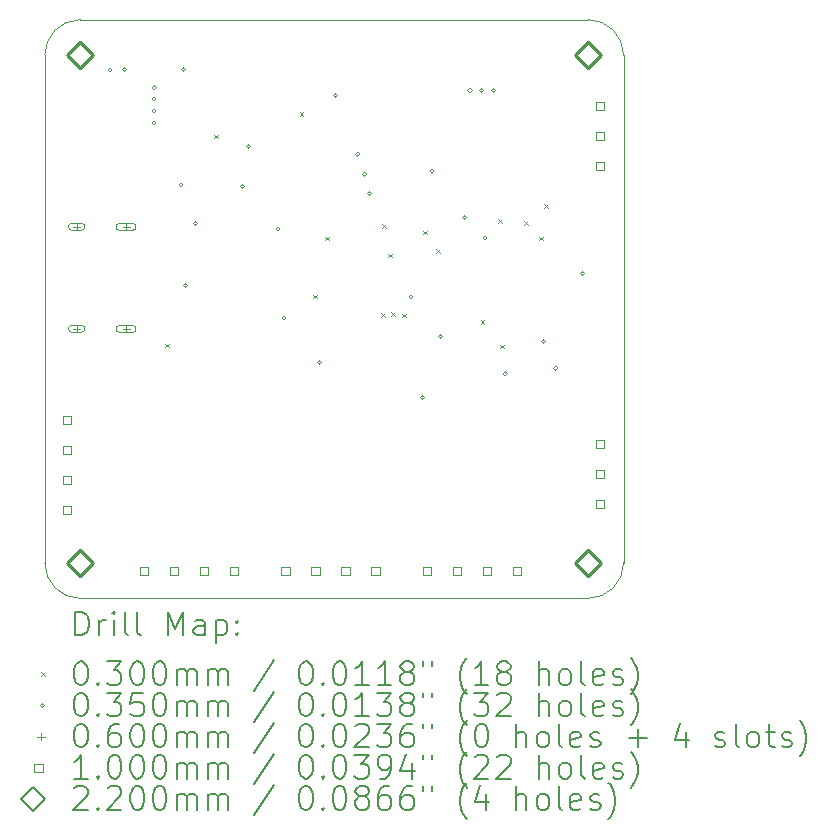
<source format=gbr>
%TF.GenerationSoftware,KiCad,Pcbnew,8.0.9-8.0.9-0~ubuntu22.04.1*%
%TF.CreationDate,2025-11-15T02:20:29+01:00*%
%TF.ProjectId,GLITCHING_FMAW,474c4954-4348-4494-9e47-5f464d41572e,rev?*%
%TF.SameCoordinates,Original*%
%TF.FileFunction,Drillmap*%
%TF.FilePolarity,Positive*%
%FSLAX45Y45*%
G04 Gerber Fmt 4.5, Leading zero omitted, Abs format (unit mm)*
G04 Created by KiCad (PCBNEW 8.0.9-8.0.9-0~ubuntu22.04.1) date 2025-11-15 02:20:29*
%MOMM*%
%LPD*%
G01*
G04 APERTURE LIST*
%ADD10C,0.050000*%
%ADD11C,0.200000*%
%ADD12C,0.100000*%
%ADD13C,0.220000*%
G04 APERTURE END LIST*
D10*
X7900000Y-7000000D02*
G75*
G02*
X7600000Y-7300000I-300000J0D01*
G01*
X7600000Y-2400000D02*
G75*
G02*
X7900000Y-2700000I0J-300000D01*
G01*
X3000000Y-7000000D02*
X3000000Y-2700000D01*
X3000000Y-2700000D02*
G75*
G02*
X3300000Y-2400000I300000J0D01*
G01*
X3300000Y-7300000D02*
G75*
G02*
X3000000Y-7000000I0J300000D01*
G01*
X7600000Y-7300000D02*
X3300000Y-7300000D01*
X3300000Y-2400000D02*
X7600000Y-2400000D01*
X7900000Y-2700000D02*
X7900000Y-7000000D01*
D11*
D12*
X4018750Y-5143750D02*
X4048750Y-5173750D01*
X4048750Y-5143750D02*
X4018750Y-5173750D01*
X4432500Y-3374500D02*
X4462500Y-3404500D01*
X4462500Y-3374500D02*
X4432500Y-3404500D01*
X5160000Y-3185000D02*
X5190000Y-3215000D01*
X5190000Y-3185000D02*
X5160000Y-3215000D01*
X5272500Y-4731000D02*
X5302500Y-4761000D01*
X5302500Y-4731000D02*
X5272500Y-4761000D01*
X5372500Y-4237500D02*
X5402500Y-4267500D01*
X5402500Y-4237500D02*
X5372500Y-4267500D01*
X5848060Y-4884303D02*
X5878060Y-4914303D01*
X5878060Y-4884303D02*
X5848060Y-4914303D01*
X5857500Y-4132500D02*
X5887500Y-4162500D01*
X5887500Y-4132500D02*
X5857500Y-4162500D01*
X5907822Y-4381000D02*
X5937822Y-4411000D01*
X5937822Y-4381000D02*
X5907822Y-4411000D01*
X5935000Y-4875000D02*
X5965000Y-4905000D01*
X5965000Y-4875000D02*
X5935000Y-4905000D01*
X6027440Y-4890940D02*
X6057440Y-4920940D01*
X6057440Y-4890940D02*
X6027440Y-4920940D01*
X6205625Y-4185625D02*
X6235625Y-4215625D01*
X6235625Y-4185625D02*
X6205625Y-4215625D01*
X6315000Y-4345000D02*
X6345000Y-4375000D01*
X6345000Y-4345000D02*
X6315000Y-4375000D01*
X6692000Y-4943000D02*
X6722000Y-4973000D01*
X6722000Y-4943000D02*
X6692000Y-4973000D01*
X6840000Y-4090000D02*
X6870000Y-4120000D01*
X6870000Y-4090000D02*
X6840000Y-4120000D01*
X6855000Y-5152500D02*
X6885000Y-5182500D01*
X6885000Y-5152500D02*
X6855000Y-5182500D01*
X7060000Y-4105000D02*
X7090000Y-4135000D01*
X7090000Y-4105000D02*
X7060000Y-4135000D01*
X7186500Y-4238000D02*
X7216500Y-4268000D01*
X7216500Y-4238000D02*
X7186500Y-4268000D01*
X7230000Y-3962500D02*
X7260000Y-3992500D01*
X7260000Y-3962500D02*
X7230000Y-3992500D01*
X3567500Y-2825000D02*
G75*
G02*
X3532500Y-2825000I-17500J0D01*
G01*
X3532500Y-2825000D02*
G75*
G02*
X3567500Y-2825000I17500J0D01*
G01*
X3692500Y-2825000D02*
G75*
G02*
X3657500Y-2825000I-17500J0D01*
G01*
X3657500Y-2825000D02*
G75*
G02*
X3692500Y-2825000I17500J0D01*
G01*
X3942500Y-2975000D02*
G75*
G02*
X3907500Y-2975000I-17500J0D01*
G01*
X3907500Y-2975000D02*
G75*
G02*
X3942500Y-2975000I17500J0D01*
G01*
X3942500Y-3175000D02*
G75*
G02*
X3907500Y-3175000I-17500J0D01*
G01*
X3907500Y-3175000D02*
G75*
G02*
X3942500Y-3175000I17500J0D01*
G01*
X3942500Y-3275000D02*
G75*
G02*
X3907500Y-3275000I-17500J0D01*
G01*
X3907500Y-3275000D02*
G75*
G02*
X3942500Y-3275000I17500J0D01*
G01*
X3943047Y-3074229D02*
G75*
G02*
X3908047Y-3074229I-17500J0D01*
G01*
X3908047Y-3074229D02*
G75*
G02*
X3943047Y-3074229I17500J0D01*
G01*
X4167500Y-3800000D02*
G75*
G02*
X4132500Y-3800000I-17500J0D01*
G01*
X4132500Y-3800000D02*
G75*
G02*
X4167500Y-3800000I17500J0D01*
G01*
X4192500Y-2825000D02*
G75*
G02*
X4157500Y-2825000I-17500J0D01*
G01*
X4157500Y-2825000D02*
G75*
G02*
X4192500Y-2825000I17500J0D01*
G01*
X4207500Y-4650000D02*
G75*
G02*
X4172500Y-4650000I-17500J0D01*
G01*
X4172500Y-4650000D02*
G75*
G02*
X4207500Y-4650000I17500J0D01*
G01*
X4292500Y-4125000D02*
G75*
G02*
X4257500Y-4125000I-17500J0D01*
G01*
X4257500Y-4125000D02*
G75*
G02*
X4292500Y-4125000I17500J0D01*
G01*
X4689100Y-3812281D02*
G75*
G02*
X4654100Y-3812281I-17500J0D01*
G01*
X4654100Y-3812281D02*
G75*
G02*
X4689100Y-3812281I17500J0D01*
G01*
X4742500Y-3475000D02*
G75*
G02*
X4707500Y-3475000I-17500J0D01*
G01*
X4707500Y-3475000D02*
G75*
G02*
X4742500Y-3475000I17500J0D01*
G01*
X4992500Y-4175000D02*
G75*
G02*
X4957500Y-4175000I-17500J0D01*
G01*
X4957500Y-4175000D02*
G75*
G02*
X4992500Y-4175000I17500J0D01*
G01*
X5042500Y-4925000D02*
G75*
G02*
X5007500Y-4925000I-17500J0D01*
G01*
X5007500Y-4925000D02*
G75*
G02*
X5042500Y-4925000I17500J0D01*
G01*
X5342500Y-5300000D02*
G75*
G02*
X5307500Y-5300000I-17500J0D01*
G01*
X5307500Y-5300000D02*
G75*
G02*
X5342500Y-5300000I17500J0D01*
G01*
X5477500Y-3040000D02*
G75*
G02*
X5442500Y-3040000I-17500J0D01*
G01*
X5442500Y-3040000D02*
G75*
G02*
X5477500Y-3040000I17500J0D01*
G01*
X5667500Y-3540000D02*
G75*
G02*
X5632500Y-3540000I-17500J0D01*
G01*
X5632500Y-3540000D02*
G75*
G02*
X5667500Y-3540000I17500J0D01*
G01*
X5727500Y-3710000D02*
G75*
G02*
X5692500Y-3710000I-17500J0D01*
G01*
X5692500Y-3710000D02*
G75*
G02*
X5727500Y-3710000I17500J0D01*
G01*
X5767500Y-3870000D02*
G75*
G02*
X5732500Y-3870000I-17500J0D01*
G01*
X5732500Y-3870000D02*
G75*
G02*
X5767500Y-3870000I17500J0D01*
G01*
X6117500Y-4750000D02*
G75*
G02*
X6082500Y-4750000I-17500J0D01*
G01*
X6082500Y-4750000D02*
G75*
G02*
X6117500Y-4750000I17500J0D01*
G01*
X6217500Y-5600000D02*
G75*
G02*
X6182500Y-5600000I-17500J0D01*
G01*
X6182500Y-5600000D02*
G75*
G02*
X6217500Y-5600000I17500J0D01*
G01*
X6297500Y-3680000D02*
G75*
G02*
X6262500Y-3680000I-17500J0D01*
G01*
X6262500Y-3680000D02*
G75*
G02*
X6297500Y-3680000I17500J0D01*
G01*
X6367500Y-5080000D02*
G75*
G02*
X6332500Y-5080000I-17500J0D01*
G01*
X6332500Y-5080000D02*
G75*
G02*
X6367500Y-5080000I17500J0D01*
G01*
X6567500Y-4075000D02*
G75*
G02*
X6532500Y-4075000I-17500J0D01*
G01*
X6532500Y-4075000D02*
G75*
G02*
X6567500Y-4075000I17500J0D01*
G01*
X6617500Y-3000000D02*
G75*
G02*
X6582500Y-3000000I-17500J0D01*
G01*
X6582500Y-3000000D02*
G75*
G02*
X6617500Y-3000000I17500J0D01*
G01*
X6717500Y-3000000D02*
G75*
G02*
X6682500Y-3000000I-17500J0D01*
G01*
X6682500Y-3000000D02*
G75*
G02*
X6717500Y-3000000I17500J0D01*
G01*
X6742500Y-4250000D02*
G75*
G02*
X6707500Y-4250000I-17500J0D01*
G01*
X6707500Y-4250000D02*
G75*
G02*
X6742500Y-4250000I17500J0D01*
G01*
X6817500Y-3000000D02*
G75*
G02*
X6782500Y-3000000I-17500J0D01*
G01*
X6782500Y-3000000D02*
G75*
G02*
X6817500Y-3000000I17500J0D01*
G01*
X6917500Y-5400000D02*
G75*
G02*
X6882500Y-5400000I-17500J0D01*
G01*
X6882500Y-5400000D02*
G75*
G02*
X6917500Y-5400000I17500J0D01*
G01*
X7242500Y-5125000D02*
G75*
G02*
X7207500Y-5125000I-17500J0D01*
G01*
X7207500Y-5125000D02*
G75*
G02*
X7242500Y-5125000I17500J0D01*
G01*
X7342500Y-5350000D02*
G75*
G02*
X7307500Y-5350000I-17500J0D01*
G01*
X7307500Y-5350000D02*
G75*
G02*
X7342500Y-5350000I17500J0D01*
G01*
X7567500Y-4550000D02*
G75*
G02*
X7532500Y-4550000I-17500J0D01*
G01*
X7532500Y-4550000D02*
G75*
G02*
X7567500Y-4550000I17500J0D01*
G01*
X3270000Y-4124000D02*
X3270000Y-4184000D01*
X3240000Y-4154000D02*
X3300000Y-4154000D01*
X3310000Y-4124000D02*
X3230000Y-4124000D01*
X3230000Y-4184000D02*
G75*
G02*
X3230000Y-4124000I0J30000D01*
G01*
X3230000Y-4184000D02*
X3310000Y-4184000D01*
X3310000Y-4184000D02*
G75*
G03*
X3310000Y-4124000I0J30000D01*
G01*
X3270000Y-4988000D02*
X3270000Y-5048000D01*
X3240000Y-5018000D02*
X3300000Y-5018000D01*
X3310000Y-4988000D02*
X3230000Y-4988000D01*
X3230000Y-5048000D02*
G75*
G02*
X3230000Y-4988000I0J30000D01*
G01*
X3230000Y-5048000D02*
X3310000Y-5048000D01*
X3310000Y-5048000D02*
G75*
G03*
X3310000Y-4988000I0J30000D01*
G01*
X3688000Y-4124000D02*
X3688000Y-4184000D01*
X3658000Y-4154000D02*
X3718000Y-4154000D01*
X3743000Y-4124000D02*
X3633000Y-4124000D01*
X3633000Y-4184000D02*
G75*
G02*
X3633000Y-4124000I0J30000D01*
G01*
X3633000Y-4184000D02*
X3743000Y-4184000D01*
X3743000Y-4184000D02*
G75*
G03*
X3743000Y-4124000I0J30000D01*
G01*
X3688000Y-4988000D02*
X3688000Y-5048000D01*
X3658000Y-5018000D02*
X3718000Y-5018000D01*
X3743000Y-4988000D02*
X3633000Y-4988000D01*
X3633000Y-5048000D02*
G75*
G02*
X3633000Y-4988000I0J30000D01*
G01*
X3633000Y-5048000D02*
X3743000Y-5048000D01*
X3743000Y-5048000D02*
G75*
G03*
X3743000Y-4988000I0J30000D01*
G01*
X3225356Y-5827356D02*
X3225356Y-5756644D01*
X3154644Y-5756644D01*
X3154644Y-5827356D01*
X3225356Y-5827356D01*
X3225356Y-6081356D02*
X3225356Y-6010644D01*
X3154644Y-6010644D01*
X3154644Y-6081356D01*
X3225356Y-6081356D01*
X3225356Y-6335356D02*
X3225356Y-6264644D01*
X3154644Y-6264644D01*
X3154644Y-6335356D01*
X3225356Y-6335356D01*
X3225356Y-6589356D02*
X3225356Y-6518644D01*
X3154644Y-6518644D01*
X3154644Y-6589356D01*
X3225356Y-6589356D01*
X3873356Y-7105356D02*
X3873356Y-7034644D01*
X3802644Y-7034644D01*
X3802644Y-7105356D01*
X3873356Y-7105356D01*
X4127356Y-7105356D02*
X4127356Y-7034644D01*
X4056644Y-7034644D01*
X4056644Y-7105356D01*
X4127356Y-7105356D01*
X4381356Y-7105356D02*
X4381356Y-7034644D01*
X4310644Y-7034644D01*
X4310644Y-7105356D01*
X4381356Y-7105356D01*
X4635356Y-7105356D02*
X4635356Y-7034644D01*
X4564644Y-7034644D01*
X4564644Y-7105356D01*
X4635356Y-7105356D01*
X5073356Y-7105356D02*
X5073356Y-7034644D01*
X5002644Y-7034644D01*
X5002644Y-7105356D01*
X5073356Y-7105356D01*
X5327356Y-7105356D02*
X5327356Y-7034644D01*
X5256644Y-7034644D01*
X5256644Y-7105356D01*
X5327356Y-7105356D01*
X5581356Y-7105356D02*
X5581356Y-7034644D01*
X5510644Y-7034644D01*
X5510644Y-7105356D01*
X5581356Y-7105356D01*
X5835356Y-7105356D02*
X5835356Y-7034644D01*
X5764644Y-7034644D01*
X5764644Y-7105356D01*
X5835356Y-7105356D01*
X6273356Y-7105356D02*
X6273356Y-7034644D01*
X6202644Y-7034644D01*
X6202644Y-7105356D01*
X6273356Y-7105356D01*
X6527356Y-7105356D02*
X6527356Y-7034644D01*
X6456644Y-7034644D01*
X6456644Y-7105356D01*
X6527356Y-7105356D01*
X6781356Y-7105356D02*
X6781356Y-7034644D01*
X6710644Y-7034644D01*
X6710644Y-7105356D01*
X6781356Y-7105356D01*
X7035356Y-7105356D02*
X7035356Y-7034644D01*
X6964644Y-7034644D01*
X6964644Y-7105356D01*
X7035356Y-7105356D01*
X7735356Y-3167356D02*
X7735356Y-3096644D01*
X7664644Y-3096644D01*
X7664644Y-3167356D01*
X7735356Y-3167356D01*
X7735356Y-3421356D02*
X7735356Y-3350644D01*
X7664644Y-3350644D01*
X7664644Y-3421356D01*
X7735356Y-3421356D01*
X7735356Y-3675356D02*
X7735356Y-3604644D01*
X7664644Y-3604644D01*
X7664644Y-3675356D01*
X7735356Y-3675356D01*
X7735356Y-6027356D02*
X7735356Y-5956644D01*
X7664644Y-5956644D01*
X7664644Y-6027356D01*
X7735356Y-6027356D01*
X7735356Y-6281356D02*
X7735356Y-6210644D01*
X7664644Y-6210644D01*
X7664644Y-6281356D01*
X7735356Y-6281356D01*
X7735356Y-6535356D02*
X7735356Y-6464644D01*
X7664644Y-6464644D01*
X7664644Y-6535356D01*
X7735356Y-6535356D01*
D13*
X3300000Y-2810000D02*
X3410000Y-2700000D01*
X3300000Y-2590000D01*
X3190000Y-2700000D01*
X3300000Y-2810000D01*
X3300000Y-7110000D02*
X3410000Y-7000000D01*
X3300000Y-6890000D01*
X3190000Y-7000000D01*
X3300000Y-7110000D01*
X7600000Y-2810000D02*
X7710000Y-2700000D01*
X7600000Y-2590000D01*
X7490000Y-2700000D01*
X7600000Y-2810000D01*
X7600000Y-7110000D02*
X7710000Y-7000000D01*
X7600000Y-6890000D01*
X7490000Y-7000000D01*
X7600000Y-7110000D01*
D11*
X3258277Y-7613984D02*
X3258277Y-7413984D01*
X3258277Y-7413984D02*
X3305896Y-7413984D01*
X3305896Y-7413984D02*
X3334467Y-7423508D01*
X3334467Y-7423508D02*
X3353515Y-7442555D01*
X3353515Y-7442555D02*
X3363039Y-7461603D01*
X3363039Y-7461603D02*
X3372562Y-7499698D01*
X3372562Y-7499698D02*
X3372562Y-7528269D01*
X3372562Y-7528269D02*
X3363039Y-7566365D01*
X3363039Y-7566365D02*
X3353515Y-7585412D01*
X3353515Y-7585412D02*
X3334467Y-7604460D01*
X3334467Y-7604460D02*
X3305896Y-7613984D01*
X3305896Y-7613984D02*
X3258277Y-7613984D01*
X3458277Y-7613984D02*
X3458277Y-7480650D01*
X3458277Y-7518746D02*
X3467801Y-7499698D01*
X3467801Y-7499698D02*
X3477324Y-7490174D01*
X3477324Y-7490174D02*
X3496372Y-7480650D01*
X3496372Y-7480650D02*
X3515420Y-7480650D01*
X3582086Y-7613984D02*
X3582086Y-7480650D01*
X3582086Y-7413984D02*
X3572562Y-7423508D01*
X3572562Y-7423508D02*
X3582086Y-7433031D01*
X3582086Y-7433031D02*
X3591610Y-7423508D01*
X3591610Y-7423508D02*
X3582086Y-7413984D01*
X3582086Y-7413984D02*
X3582086Y-7433031D01*
X3705896Y-7613984D02*
X3686848Y-7604460D01*
X3686848Y-7604460D02*
X3677324Y-7585412D01*
X3677324Y-7585412D02*
X3677324Y-7413984D01*
X3810658Y-7613984D02*
X3791610Y-7604460D01*
X3791610Y-7604460D02*
X3782086Y-7585412D01*
X3782086Y-7585412D02*
X3782086Y-7413984D01*
X4039229Y-7613984D02*
X4039229Y-7413984D01*
X4039229Y-7413984D02*
X4105896Y-7556841D01*
X4105896Y-7556841D02*
X4172562Y-7413984D01*
X4172562Y-7413984D02*
X4172562Y-7613984D01*
X4353515Y-7613984D02*
X4353515Y-7509222D01*
X4353515Y-7509222D02*
X4343991Y-7490174D01*
X4343991Y-7490174D02*
X4324944Y-7480650D01*
X4324944Y-7480650D02*
X4286848Y-7480650D01*
X4286848Y-7480650D02*
X4267801Y-7490174D01*
X4353515Y-7604460D02*
X4334467Y-7613984D01*
X4334467Y-7613984D02*
X4286848Y-7613984D01*
X4286848Y-7613984D02*
X4267801Y-7604460D01*
X4267801Y-7604460D02*
X4258277Y-7585412D01*
X4258277Y-7585412D02*
X4258277Y-7566365D01*
X4258277Y-7566365D02*
X4267801Y-7547317D01*
X4267801Y-7547317D02*
X4286848Y-7537793D01*
X4286848Y-7537793D02*
X4334467Y-7537793D01*
X4334467Y-7537793D02*
X4353515Y-7528269D01*
X4448753Y-7480650D02*
X4448753Y-7680650D01*
X4448753Y-7490174D02*
X4467801Y-7480650D01*
X4467801Y-7480650D02*
X4505896Y-7480650D01*
X4505896Y-7480650D02*
X4524944Y-7490174D01*
X4524944Y-7490174D02*
X4534467Y-7499698D01*
X4534467Y-7499698D02*
X4543991Y-7518746D01*
X4543991Y-7518746D02*
X4543991Y-7575888D01*
X4543991Y-7575888D02*
X4534467Y-7594936D01*
X4534467Y-7594936D02*
X4524944Y-7604460D01*
X4524944Y-7604460D02*
X4505896Y-7613984D01*
X4505896Y-7613984D02*
X4467801Y-7613984D01*
X4467801Y-7613984D02*
X4448753Y-7604460D01*
X4629705Y-7594936D02*
X4639229Y-7604460D01*
X4639229Y-7604460D02*
X4629705Y-7613984D01*
X4629705Y-7613984D02*
X4620182Y-7604460D01*
X4620182Y-7604460D02*
X4629705Y-7594936D01*
X4629705Y-7594936D02*
X4629705Y-7613984D01*
X4629705Y-7490174D02*
X4639229Y-7499698D01*
X4639229Y-7499698D02*
X4629705Y-7509222D01*
X4629705Y-7509222D02*
X4620182Y-7499698D01*
X4620182Y-7499698D02*
X4629705Y-7490174D01*
X4629705Y-7490174D02*
X4629705Y-7509222D01*
D12*
X2967500Y-7927500D02*
X2997500Y-7957500D01*
X2997500Y-7927500D02*
X2967500Y-7957500D01*
D11*
X3296372Y-7833984D02*
X3315420Y-7833984D01*
X3315420Y-7833984D02*
X3334467Y-7843508D01*
X3334467Y-7843508D02*
X3343991Y-7853031D01*
X3343991Y-7853031D02*
X3353515Y-7872079D01*
X3353515Y-7872079D02*
X3363039Y-7910174D01*
X3363039Y-7910174D02*
X3363039Y-7957793D01*
X3363039Y-7957793D02*
X3353515Y-7995888D01*
X3353515Y-7995888D02*
X3343991Y-8014936D01*
X3343991Y-8014936D02*
X3334467Y-8024460D01*
X3334467Y-8024460D02*
X3315420Y-8033984D01*
X3315420Y-8033984D02*
X3296372Y-8033984D01*
X3296372Y-8033984D02*
X3277324Y-8024460D01*
X3277324Y-8024460D02*
X3267801Y-8014936D01*
X3267801Y-8014936D02*
X3258277Y-7995888D01*
X3258277Y-7995888D02*
X3248753Y-7957793D01*
X3248753Y-7957793D02*
X3248753Y-7910174D01*
X3248753Y-7910174D02*
X3258277Y-7872079D01*
X3258277Y-7872079D02*
X3267801Y-7853031D01*
X3267801Y-7853031D02*
X3277324Y-7843508D01*
X3277324Y-7843508D02*
X3296372Y-7833984D01*
X3448753Y-8014936D02*
X3458277Y-8024460D01*
X3458277Y-8024460D02*
X3448753Y-8033984D01*
X3448753Y-8033984D02*
X3439229Y-8024460D01*
X3439229Y-8024460D02*
X3448753Y-8014936D01*
X3448753Y-8014936D02*
X3448753Y-8033984D01*
X3524943Y-7833984D02*
X3648753Y-7833984D01*
X3648753Y-7833984D02*
X3582086Y-7910174D01*
X3582086Y-7910174D02*
X3610658Y-7910174D01*
X3610658Y-7910174D02*
X3629705Y-7919698D01*
X3629705Y-7919698D02*
X3639229Y-7929222D01*
X3639229Y-7929222D02*
X3648753Y-7948269D01*
X3648753Y-7948269D02*
X3648753Y-7995888D01*
X3648753Y-7995888D02*
X3639229Y-8014936D01*
X3639229Y-8014936D02*
X3629705Y-8024460D01*
X3629705Y-8024460D02*
X3610658Y-8033984D01*
X3610658Y-8033984D02*
X3553515Y-8033984D01*
X3553515Y-8033984D02*
X3534467Y-8024460D01*
X3534467Y-8024460D02*
X3524943Y-8014936D01*
X3772562Y-7833984D02*
X3791610Y-7833984D01*
X3791610Y-7833984D02*
X3810658Y-7843508D01*
X3810658Y-7843508D02*
X3820182Y-7853031D01*
X3820182Y-7853031D02*
X3829705Y-7872079D01*
X3829705Y-7872079D02*
X3839229Y-7910174D01*
X3839229Y-7910174D02*
X3839229Y-7957793D01*
X3839229Y-7957793D02*
X3829705Y-7995888D01*
X3829705Y-7995888D02*
X3820182Y-8014936D01*
X3820182Y-8014936D02*
X3810658Y-8024460D01*
X3810658Y-8024460D02*
X3791610Y-8033984D01*
X3791610Y-8033984D02*
X3772562Y-8033984D01*
X3772562Y-8033984D02*
X3753515Y-8024460D01*
X3753515Y-8024460D02*
X3743991Y-8014936D01*
X3743991Y-8014936D02*
X3734467Y-7995888D01*
X3734467Y-7995888D02*
X3724943Y-7957793D01*
X3724943Y-7957793D02*
X3724943Y-7910174D01*
X3724943Y-7910174D02*
X3734467Y-7872079D01*
X3734467Y-7872079D02*
X3743991Y-7853031D01*
X3743991Y-7853031D02*
X3753515Y-7843508D01*
X3753515Y-7843508D02*
X3772562Y-7833984D01*
X3963039Y-7833984D02*
X3982086Y-7833984D01*
X3982086Y-7833984D02*
X4001134Y-7843508D01*
X4001134Y-7843508D02*
X4010658Y-7853031D01*
X4010658Y-7853031D02*
X4020182Y-7872079D01*
X4020182Y-7872079D02*
X4029705Y-7910174D01*
X4029705Y-7910174D02*
X4029705Y-7957793D01*
X4029705Y-7957793D02*
X4020182Y-7995888D01*
X4020182Y-7995888D02*
X4010658Y-8014936D01*
X4010658Y-8014936D02*
X4001134Y-8024460D01*
X4001134Y-8024460D02*
X3982086Y-8033984D01*
X3982086Y-8033984D02*
X3963039Y-8033984D01*
X3963039Y-8033984D02*
X3943991Y-8024460D01*
X3943991Y-8024460D02*
X3934467Y-8014936D01*
X3934467Y-8014936D02*
X3924943Y-7995888D01*
X3924943Y-7995888D02*
X3915420Y-7957793D01*
X3915420Y-7957793D02*
X3915420Y-7910174D01*
X3915420Y-7910174D02*
X3924943Y-7872079D01*
X3924943Y-7872079D02*
X3934467Y-7853031D01*
X3934467Y-7853031D02*
X3943991Y-7843508D01*
X3943991Y-7843508D02*
X3963039Y-7833984D01*
X4115420Y-8033984D02*
X4115420Y-7900650D01*
X4115420Y-7919698D02*
X4124943Y-7910174D01*
X4124943Y-7910174D02*
X4143991Y-7900650D01*
X4143991Y-7900650D02*
X4172563Y-7900650D01*
X4172563Y-7900650D02*
X4191610Y-7910174D01*
X4191610Y-7910174D02*
X4201134Y-7929222D01*
X4201134Y-7929222D02*
X4201134Y-8033984D01*
X4201134Y-7929222D02*
X4210658Y-7910174D01*
X4210658Y-7910174D02*
X4229705Y-7900650D01*
X4229705Y-7900650D02*
X4258277Y-7900650D01*
X4258277Y-7900650D02*
X4277325Y-7910174D01*
X4277325Y-7910174D02*
X4286848Y-7929222D01*
X4286848Y-7929222D02*
X4286848Y-8033984D01*
X4382086Y-8033984D02*
X4382086Y-7900650D01*
X4382086Y-7919698D02*
X4391610Y-7910174D01*
X4391610Y-7910174D02*
X4410658Y-7900650D01*
X4410658Y-7900650D02*
X4439229Y-7900650D01*
X4439229Y-7900650D02*
X4458277Y-7910174D01*
X4458277Y-7910174D02*
X4467801Y-7929222D01*
X4467801Y-7929222D02*
X4467801Y-8033984D01*
X4467801Y-7929222D02*
X4477325Y-7910174D01*
X4477325Y-7910174D02*
X4496372Y-7900650D01*
X4496372Y-7900650D02*
X4524944Y-7900650D01*
X4524944Y-7900650D02*
X4543991Y-7910174D01*
X4543991Y-7910174D02*
X4553515Y-7929222D01*
X4553515Y-7929222D02*
X4553515Y-8033984D01*
X4943991Y-7824460D02*
X4772563Y-8081603D01*
X5201134Y-7833984D02*
X5220182Y-7833984D01*
X5220182Y-7833984D02*
X5239229Y-7843508D01*
X5239229Y-7843508D02*
X5248753Y-7853031D01*
X5248753Y-7853031D02*
X5258277Y-7872079D01*
X5258277Y-7872079D02*
X5267801Y-7910174D01*
X5267801Y-7910174D02*
X5267801Y-7957793D01*
X5267801Y-7957793D02*
X5258277Y-7995888D01*
X5258277Y-7995888D02*
X5248753Y-8014936D01*
X5248753Y-8014936D02*
X5239229Y-8024460D01*
X5239229Y-8024460D02*
X5220182Y-8033984D01*
X5220182Y-8033984D02*
X5201134Y-8033984D01*
X5201134Y-8033984D02*
X5182087Y-8024460D01*
X5182087Y-8024460D02*
X5172563Y-8014936D01*
X5172563Y-8014936D02*
X5163039Y-7995888D01*
X5163039Y-7995888D02*
X5153515Y-7957793D01*
X5153515Y-7957793D02*
X5153515Y-7910174D01*
X5153515Y-7910174D02*
X5163039Y-7872079D01*
X5163039Y-7872079D02*
X5172563Y-7853031D01*
X5172563Y-7853031D02*
X5182087Y-7843508D01*
X5182087Y-7843508D02*
X5201134Y-7833984D01*
X5353515Y-8014936D02*
X5363039Y-8024460D01*
X5363039Y-8024460D02*
X5353515Y-8033984D01*
X5353515Y-8033984D02*
X5343991Y-8024460D01*
X5343991Y-8024460D02*
X5353515Y-8014936D01*
X5353515Y-8014936D02*
X5353515Y-8033984D01*
X5486848Y-7833984D02*
X5505896Y-7833984D01*
X5505896Y-7833984D02*
X5524944Y-7843508D01*
X5524944Y-7843508D02*
X5534468Y-7853031D01*
X5534468Y-7853031D02*
X5543991Y-7872079D01*
X5543991Y-7872079D02*
X5553515Y-7910174D01*
X5553515Y-7910174D02*
X5553515Y-7957793D01*
X5553515Y-7957793D02*
X5543991Y-7995888D01*
X5543991Y-7995888D02*
X5534468Y-8014936D01*
X5534468Y-8014936D02*
X5524944Y-8024460D01*
X5524944Y-8024460D02*
X5505896Y-8033984D01*
X5505896Y-8033984D02*
X5486848Y-8033984D01*
X5486848Y-8033984D02*
X5467801Y-8024460D01*
X5467801Y-8024460D02*
X5458277Y-8014936D01*
X5458277Y-8014936D02*
X5448753Y-7995888D01*
X5448753Y-7995888D02*
X5439229Y-7957793D01*
X5439229Y-7957793D02*
X5439229Y-7910174D01*
X5439229Y-7910174D02*
X5448753Y-7872079D01*
X5448753Y-7872079D02*
X5458277Y-7853031D01*
X5458277Y-7853031D02*
X5467801Y-7843508D01*
X5467801Y-7843508D02*
X5486848Y-7833984D01*
X5743991Y-8033984D02*
X5629706Y-8033984D01*
X5686848Y-8033984D02*
X5686848Y-7833984D01*
X5686848Y-7833984D02*
X5667801Y-7862555D01*
X5667801Y-7862555D02*
X5648753Y-7881603D01*
X5648753Y-7881603D02*
X5629706Y-7891127D01*
X5934467Y-8033984D02*
X5820182Y-8033984D01*
X5877325Y-8033984D02*
X5877325Y-7833984D01*
X5877325Y-7833984D02*
X5858277Y-7862555D01*
X5858277Y-7862555D02*
X5839229Y-7881603D01*
X5839229Y-7881603D02*
X5820182Y-7891127D01*
X6048753Y-7919698D02*
X6029706Y-7910174D01*
X6029706Y-7910174D02*
X6020182Y-7900650D01*
X6020182Y-7900650D02*
X6010658Y-7881603D01*
X6010658Y-7881603D02*
X6010658Y-7872079D01*
X6010658Y-7872079D02*
X6020182Y-7853031D01*
X6020182Y-7853031D02*
X6029706Y-7843508D01*
X6029706Y-7843508D02*
X6048753Y-7833984D01*
X6048753Y-7833984D02*
X6086848Y-7833984D01*
X6086848Y-7833984D02*
X6105896Y-7843508D01*
X6105896Y-7843508D02*
X6115420Y-7853031D01*
X6115420Y-7853031D02*
X6124944Y-7872079D01*
X6124944Y-7872079D02*
X6124944Y-7881603D01*
X6124944Y-7881603D02*
X6115420Y-7900650D01*
X6115420Y-7900650D02*
X6105896Y-7910174D01*
X6105896Y-7910174D02*
X6086848Y-7919698D01*
X6086848Y-7919698D02*
X6048753Y-7919698D01*
X6048753Y-7919698D02*
X6029706Y-7929222D01*
X6029706Y-7929222D02*
X6020182Y-7938746D01*
X6020182Y-7938746D02*
X6010658Y-7957793D01*
X6010658Y-7957793D02*
X6010658Y-7995888D01*
X6010658Y-7995888D02*
X6020182Y-8014936D01*
X6020182Y-8014936D02*
X6029706Y-8024460D01*
X6029706Y-8024460D02*
X6048753Y-8033984D01*
X6048753Y-8033984D02*
X6086848Y-8033984D01*
X6086848Y-8033984D02*
X6105896Y-8024460D01*
X6105896Y-8024460D02*
X6115420Y-8014936D01*
X6115420Y-8014936D02*
X6124944Y-7995888D01*
X6124944Y-7995888D02*
X6124944Y-7957793D01*
X6124944Y-7957793D02*
X6115420Y-7938746D01*
X6115420Y-7938746D02*
X6105896Y-7929222D01*
X6105896Y-7929222D02*
X6086848Y-7919698D01*
X6201134Y-7833984D02*
X6201134Y-7872079D01*
X6277325Y-7833984D02*
X6277325Y-7872079D01*
X6572563Y-8110174D02*
X6563039Y-8100650D01*
X6563039Y-8100650D02*
X6543991Y-8072079D01*
X6543991Y-8072079D02*
X6534468Y-8053031D01*
X6534468Y-8053031D02*
X6524944Y-8024460D01*
X6524944Y-8024460D02*
X6515420Y-7976841D01*
X6515420Y-7976841D02*
X6515420Y-7938746D01*
X6515420Y-7938746D02*
X6524944Y-7891127D01*
X6524944Y-7891127D02*
X6534468Y-7862555D01*
X6534468Y-7862555D02*
X6543991Y-7843508D01*
X6543991Y-7843508D02*
X6563039Y-7814936D01*
X6563039Y-7814936D02*
X6572563Y-7805412D01*
X6753515Y-8033984D02*
X6639229Y-8033984D01*
X6696372Y-8033984D02*
X6696372Y-7833984D01*
X6696372Y-7833984D02*
X6677325Y-7862555D01*
X6677325Y-7862555D02*
X6658277Y-7881603D01*
X6658277Y-7881603D02*
X6639229Y-7891127D01*
X6867801Y-7919698D02*
X6848753Y-7910174D01*
X6848753Y-7910174D02*
X6839229Y-7900650D01*
X6839229Y-7900650D02*
X6829706Y-7881603D01*
X6829706Y-7881603D02*
X6829706Y-7872079D01*
X6829706Y-7872079D02*
X6839229Y-7853031D01*
X6839229Y-7853031D02*
X6848753Y-7843508D01*
X6848753Y-7843508D02*
X6867801Y-7833984D01*
X6867801Y-7833984D02*
X6905896Y-7833984D01*
X6905896Y-7833984D02*
X6924944Y-7843508D01*
X6924944Y-7843508D02*
X6934468Y-7853031D01*
X6934468Y-7853031D02*
X6943991Y-7872079D01*
X6943991Y-7872079D02*
X6943991Y-7881603D01*
X6943991Y-7881603D02*
X6934468Y-7900650D01*
X6934468Y-7900650D02*
X6924944Y-7910174D01*
X6924944Y-7910174D02*
X6905896Y-7919698D01*
X6905896Y-7919698D02*
X6867801Y-7919698D01*
X6867801Y-7919698D02*
X6848753Y-7929222D01*
X6848753Y-7929222D02*
X6839229Y-7938746D01*
X6839229Y-7938746D02*
X6829706Y-7957793D01*
X6829706Y-7957793D02*
X6829706Y-7995888D01*
X6829706Y-7995888D02*
X6839229Y-8014936D01*
X6839229Y-8014936D02*
X6848753Y-8024460D01*
X6848753Y-8024460D02*
X6867801Y-8033984D01*
X6867801Y-8033984D02*
X6905896Y-8033984D01*
X6905896Y-8033984D02*
X6924944Y-8024460D01*
X6924944Y-8024460D02*
X6934468Y-8014936D01*
X6934468Y-8014936D02*
X6943991Y-7995888D01*
X6943991Y-7995888D02*
X6943991Y-7957793D01*
X6943991Y-7957793D02*
X6934468Y-7938746D01*
X6934468Y-7938746D02*
X6924944Y-7929222D01*
X6924944Y-7929222D02*
X6905896Y-7919698D01*
X7182087Y-8033984D02*
X7182087Y-7833984D01*
X7267801Y-8033984D02*
X7267801Y-7929222D01*
X7267801Y-7929222D02*
X7258277Y-7910174D01*
X7258277Y-7910174D02*
X7239230Y-7900650D01*
X7239230Y-7900650D02*
X7210658Y-7900650D01*
X7210658Y-7900650D02*
X7191610Y-7910174D01*
X7191610Y-7910174D02*
X7182087Y-7919698D01*
X7391610Y-8033984D02*
X7372563Y-8024460D01*
X7372563Y-8024460D02*
X7363039Y-8014936D01*
X7363039Y-8014936D02*
X7353515Y-7995888D01*
X7353515Y-7995888D02*
X7353515Y-7938746D01*
X7353515Y-7938746D02*
X7363039Y-7919698D01*
X7363039Y-7919698D02*
X7372563Y-7910174D01*
X7372563Y-7910174D02*
X7391610Y-7900650D01*
X7391610Y-7900650D02*
X7420182Y-7900650D01*
X7420182Y-7900650D02*
X7439230Y-7910174D01*
X7439230Y-7910174D02*
X7448753Y-7919698D01*
X7448753Y-7919698D02*
X7458277Y-7938746D01*
X7458277Y-7938746D02*
X7458277Y-7995888D01*
X7458277Y-7995888D02*
X7448753Y-8014936D01*
X7448753Y-8014936D02*
X7439230Y-8024460D01*
X7439230Y-8024460D02*
X7420182Y-8033984D01*
X7420182Y-8033984D02*
X7391610Y-8033984D01*
X7572563Y-8033984D02*
X7553515Y-8024460D01*
X7553515Y-8024460D02*
X7543991Y-8005412D01*
X7543991Y-8005412D02*
X7543991Y-7833984D01*
X7724944Y-8024460D02*
X7705896Y-8033984D01*
X7705896Y-8033984D02*
X7667801Y-8033984D01*
X7667801Y-8033984D02*
X7648753Y-8024460D01*
X7648753Y-8024460D02*
X7639230Y-8005412D01*
X7639230Y-8005412D02*
X7639230Y-7929222D01*
X7639230Y-7929222D02*
X7648753Y-7910174D01*
X7648753Y-7910174D02*
X7667801Y-7900650D01*
X7667801Y-7900650D02*
X7705896Y-7900650D01*
X7705896Y-7900650D02*
X7724944Y-7910174D01*
X7724944Y-7910174D02*
X7734468Y-7929222D01*
X7734468Y-7929222D02*
X7734468Y-7948269D01*
X7734468Y-7948269D02*
X7639230Y-7967317D01*
X7810658Y-8024460D02*
X7829706Y-8033984D01*
X7829706Y-8033984D02*
X7867801Y-8033984D01*
X7867801Y-8033984D02*
X7886849Y-8024460D01*
X7886849Y-8024460D02*
X7896372Y-8005412D01*
X7896372Y-8005412D02*
X7896372Y-7995888D01*
X7896372Y-7995888D02*
X7886849Y-7976841D01*
X7886849Y-7976841D02*
X7867801Y-7967317D01*
X7867801Y-7967317D02*
X7839230Y-7967317D01*
X7839230Y-7967317D02*
X7820182Y-7957793D01*
X7820182Y-7957793D02*
X7810658Y-7938746D01*
X7810658Y-7938746D02*
X7810658Y-7929222D01*
X7810658Y-7929222D02*
X7820182Y-7910174D01*
X7820182Y-7910174D02*
X7839230Y-7900650D01*
X7839230Y-7900650D02*
X7867801Y-7900650D01*
X7867801Y-7900650D02*
X7886849Y-7910174D01*
X7963039Y-8110174D02*
X7972563Y-8100650D01*
X7972563Y-8100650D02*
X7991611Y-8072079D01*
X7991611Y-8072079D02*
X8001134Y-8053031D01*
X8001134Y-8053031D02*
X8010658Y-8024460D01*
X8010658Y-8024460D02*
X8020182Y-7976841D01*
X8020182Y-7976841D02*
X8020182Y-7938746D01*
X8020182Y-7938746D02*
X8010658Y-7891127D01*
X8010658Y-7891127D02*
X8001134Y-7862555D01*
X8001134Y-7862555D02*
X7991611Y-7843508D01*
X7991611Y-7843508D02*
X7972563Y-7814936D01*
X7972563Y-7814936D02*
X7963039Y-7805412D01*
D12*
X2997500Y-8206500D02*
G75*
G02*
X2962500Y-8206500I-17500J0D01*
G01*
X2962500Y-8206500D02*
G75*
G02*
X2997500Y-8206500I17500J0D01*
G01*
D11*
X3296372Y-8097984D02*
X3315420Y-8097984D01*
X3315420Y-8097984D02*
X3334467Y-8107508D01*
X3334467Y-8107508D02*
X3343991Y-8117031D01*
X3343991Y-8117031D02*
X3353515Y-8136079D01*
X3353515Y-8136079D02*
X3363039Y-8174174D01*
X3363039Y-8174174D02*
X3363039Y-8221793D01*
X3363039Y-8221793D02*
X3353515Y-8259888D01*
X3353515Y-8259888D02*
X3343991Y-8278936D01*
X3343991Y-8278936D02*
X3334467Y-8288460D01*
X3334467Y-8288460D02*
X3315420Y-8297984D01*
X3315420Y-8297984D02*
X3296372Y-8297984D01*
X3296372Y-8297984D02*
X3277324Y-8288460D01*
X3277324Y-8288460D02*
X3267801Y-8278936D01*
X3267801Y-8278936D02*
X3258277Y-8259888D01*
X3258277Y-8259888D02*
X3248753Y-8221793D01*
X3248753Y-8221793D02*
X3248753Y-8174174D01*
X3248753Y-8174174D02*
X3258277Y-8136079D01*
X3258277Y-8136079D02*
X3267801Y-8117031D01*
X3267801Y-8117031D02*
X3277324Y-8107508D01*
X3277324Y-8107508D02*
X3296372Y-8097984D01*
X3448753Y-8278936D02*
X3458277Y-8288460D01*
X3458277Y-8288460D02*
X3448753Y-8297984D01*
X3448753Y-8297984D02*
X3439229Y-8288460D01*
X3439229Y-8288460D02*
X3448753Y-8278936D01*
X3448753Y-8278936D02*
X3448753Y-8297984D01*
X3524943Y-8097984D02*
X3648753Y-8097984D01*
X3648753Y-8097984D02*
X3582086Y-8174174D01*
X3582086Y-8174174D02*
X3610658Y-8174174D01*
X3610658Y-8174174D02*
X3629705Y-8183698D01*
X3629705Y-8183698D02*
X3639229Y-8193222D01*
X3639229Y-8193222D02*
X3648753Y-8212269D01*
X3648753Y-8212269D02*
X3648753Y-8259888D01*
X3648753Y-8259888D02*
X3639229Y-8278936D01*
X3639229Y-8278936D02*
X3629705Y-8288460D01*
X3629705Y-8288460D02*
X3610658Y-8297984D01*
X3610658Y-8297984D02*
X3553515Y-8297984D01*
X3553515Y-8297984D02*
X3534467Y-8288460D01*
X3534467Y-8288460D02*
X3524943Y-8278936D01*
X3829705Y-8097984D02*
X3734467Y-8097984D01*
X3734467Y-8097984D02*
X3724943Y-8193222D01*
X3724943Y-8193222D02*
X3734467Y-8183698D01*
X3734467Y-8183698D02*
X3753515Y-8174174D01*
X3753515Y-8174174D02*
X3801134Y-8174174D01*
X3801134Y-8174174D02*
X3820182Y-8183698D01*
X3820182Y-8183698D02*
X3829705Y-8193222D01*
X3829705Y-8193222D02*
X3839229Y-8212269D01*
X3839229Y-8212269D02*
X3839229Y-8259888D01*
X3839229Y-8259888D02*
X3829705Y-8278936D01*
X3829705Y-8278936D02*
X3820182Y-8288460D01*
X3820182Y-8288460D02*
X3801134Y-8297984D01*
X3801134Y-8297984D02*
X3753515Y-8297984D01*
X3753515Y-8297984D02*
X3734467Y-8288460D01*
X3734467Y-8288460D02*
X3724943Y-8278936D01*
X3963039Y-8097984D02*
X3982086Y-8097984D01*
X3982086Y-8097984D02*
X4001134Y-8107508D01*
X4001134Y-8107508D02*
X4010658Y-8117031D01*
X4010658Y-8117031D02*
X4020182Y-8136079D01*
X4020182Y-8136079D02*
X4029705Y-8174174D01*
X4029705Y-8174174D02*
X4029705Y-8221793D01*
X4029705Y-8221793D02*
X4020182Y-8259888D01*
X4020182Y-8259888D02*
X4010658Y-8278936D01*
X4010658Y-8278936D02*
X4001134Y-8288460D01*
X4001134Y-8288460D02*
X3982086Y-8297984D01*
X3982086Y-8297984D02*
X3963039Y-8297984D01*
X3963039Y-8297984D02*
X3943991Y-8288460D01*
X3943991Y-8288460D02*
X3934467Y-8278936D01*
X3934467Y-8278936D02*
X3924943Y-8259888D01*
X3924943Y-8259888D02*
X3915420Y-8221793D01*
X3915420Y-8221793D02*
X3915420Y-8174174D01*
X3915420Y-8174174D02*
X3924943Y-8136079D01*
X3924943Y-8136079D02*
X3934467Y-8117031D01*
X3934467Y-8117031D02*
X3943991Y-8107508D01*
X3943991Y-8107508D02*
X3963039Y-8097984D01*
X4115420Y-8297984D02*
X4115420Y-8164650D01*
X4115420Y-8183698D02*
X4124943Y-8174174D01*
X4124943Y-8174174D02*
X4143991Y-8164650D01*
X4143991Y-8164650D02*
X4172563Y-8164650D01*
X4172563Y-8164650D02*
X4191610Y-8174174D01*
X4191610Y-8174174D02*
X4201134Y-8193222D01*
X4201134Y-8193222D02*
X4201134Y-8297984D01*
X4201134Y-8193222D02*
X4210658Y-8174174D01*
X4210658Y-8174174D02*
X4229705Y-8164650D01*
X4229705Y-8164650D02*
X4258277Y-8164650D01*
X4258277Y-8164650D02*
X4277325Y-8174174D01*
X4277325Y-8174174D02*
X4286848Y-8193222D01*
X4286848Y-8193222D02*
X4286848Y-8297984D01*
X4382086Y-8297984D02*
X4382086Y-8164650D01*
X4382086Y-8183698D02*
X4391610Y-8174174D01*
X4391610Y-8174174D02*
X4410658Y-8164650D01*
X4410658Y-8164650D02*
X4439229Y-8164650D01*
X4439229Y-8164650D02*
X4458277Y-8174174D01*
X4458277Y-8174174D02*
X4467801Y-8193222D01*
X4467801Y-8193222D02*
X4467801Y-8297984D01*
X4467801Y-8193222D02*
X4477325Y-8174174D01*
X4477325Y-8174174D02*
X4496372Y-8164650D01*
X4496372Y-8164650D02*
X4524944Y-8164650D01*
X4524944Y-8164650D02*
X4543991Y-8174174D01*
X4543991Y-8174174D02*
X4553515Y-8193222D01*
X4553515Y-8193222D02*
X4553515Y-8297984D01*
X4943991Y-8088460D02*
X4772563Y-8345603D01*
X5201134Y-8097984D02*
X5220182Y-8097984D01*
X5220182Y-8097984D02*
X5239229Y-8107508D01*
X5239229Y-8107508D02*
X5248753Y-8117031D01*
X5248753Y-8117031D02*
X5258277Y-8136079D01*
X5258277Y-8136079D02*
X5267801Y-8174174D01*
X5267801Y-8174174D02*
X5267801Y-8221793D01*
X5267801Y-8221793D02*
X5258277Y-8259888D01*
X5258277Y-8259888D02*
X5248753Y-8278936D01*
X5248753Y-8278936D02*
X5239229Y-8288460D01*
X5239229Y-8288460D02*
X5220182Y-8297984D01*
X5220182Y-8297984D02*
X5201134Y-8297984D01*
X5201134Y-8297984D02*
X5182087Y-8288460D01*
X5182087Y-8288460D02*
X5172563Y-8278936D01*
X5172563Y-8278936D02*
X5163039Y-8259888D01*
X5163039Y-8259888D02*
X5153515Y-8221793D01*
X5153515Y-8221793D02*
X5153515Y-8174174D01*
X5153515Y-8174174D02*
X5163039Y-8136079D01*
X5163039Y-8136079D02*
X5172563Y-8117031D01*
X5172563Y-8117031D02*
X5182087Y-8107508D01*
X5182087Y-8107508D02*
X5201134Y-8097984D01*
X5353515Y-8278936D02*
X5363039Y-8288460D01*
X5363039Y-8288460D02*
X5353515Y-8297984D01*
X5353515Y-8297984D02*
X5343991Y-8288460D01*
X5343991Y-8288460D02*
X5353515Y-8278936D01*
X5353515Y-8278936D02*
X5353515Y-8297984D01*
X5486848Y-8097984D02*
X5505896Y-8097984D01*
X5505896Y-8097984D02*
X5524944Y-8107508D01*
X5524944Y-8107508D02*
X5534468Y-8117031D01*
X5534468Y-8117031D02*
X5543991Y-8136079D01*
X5543991Y-8136079D02*
X5553515Y-8174174D01*
X5553515Y-8174174D02*
X5553515Y-8221793D01*
X5553515Y-8221793D02*
X5543991Y-8259888D01*
X5543991Y-8259888D02*
X5534468Y-8278936D01*
X5534468Y-8278936D02*
X5524944Y-8288460D01*
X5524944Y-8288460D02*
X5505896Y-8297984D01*
X5505896Y-8297984D02*
X5486848Y-8297984D01*
X5486848Y-8297984D02*
X5467801Y-8288460D01*
X5467801Y-8288460D02*
X5458277Y-8278936D01*
X5458277Y-8278936D02*
X5448753Y-8259888D01*
X5448753Y-8259888D02*
X5439229Y-8221793D01*
X5439229Y-8221793D02*
X5439229Y-8174174D01*
X5439229Y-8174174D02*
X5448753Y-8136079D01*
X5448753Y-8136079D02*
X5458277Y-8117031D01*
X5458277Y-8117031D02*
X5467801Y-8107508D01*
X5467801Y-8107508D02*
X5486848Y-8097984D01*
X5743991Y-8297984D02*
X5629706Y-8297984D01*
X5686848Y-8297984D02*
X5686848Y-8097984D01*
X5686848Y-8097984D02*
X5667801Y-8126555D01*
X5667801Y-8126555D02*
X5648753Y-8145603D01*
X5648753Y-8145603D02*
X5629706Y-8155127D01*
X5810658Y-8097984D02*
X5934467Y-8097984D01*
X5934467Y-8097984D02*
X5867801Y-8174174D01*
X5867801Y-8174174D02*
X5896372Y-8174174D01*
X5896372Y-8174174D02*
X5915420Y-8183698D01*
X5915420Y-8183698D02*
X5924944Y-8193222D01*
X5924944Y-8193222D02*
X5934467Y-8212269D01*
X5934467Y-8212269D02*
X5934467Y-8259888D01*
X5934467Y-8259888D02*
X5924944Y-8278936D01*
X5924944Y-8278936D02*
X5915420Y-8288460D01*
X5915420Y-8288460D02*
X5896372Y-8297984D01*
X5896372Y-8297984D02*
X5839229Y-8297984D01*
X5839229Y-8297984D02*
X5820182Y-8288460D01*
X5820182Y-8288460D02*
X5810658Y-8278936D01*
X6048753Y-8183698D02*
X6029706Y-8174174D01*
X6029706Y-8174174D02*
X6020182Y-8164650D01*
X6020182Y-8164650D02*
X6010658Y-8145603D01*
X6010658Y-8145603D02*
X6010658Y-8136079D01*
X6010658Y-8136079D02*
X6020182Y-8117031D01*
X6020182Y-8117031D02*
X6029706Y-8107508D01*
X6029706Y-8107508D02*
X6048753Y-8097984D01*
X6048753Y-8097984D02*
X6086848Y-8097984D01*
X6086848Y-8097984D02*
X6105896Y-8107508D01*
X6105896Y-8107508D02*
X6115420Y-8117031D01*
X6115420Y-8117031D02*
X6124944Y-8136079D01*
X6124944Y-8136079D02*
X6124944Y-8145603D01*
X6124944Y-8145603D02*
X6115420Y-8164650D01*
X6115420Y-8164650D02*
X6105896Y-8174174D01*
X6105896Y-8174174D02*
X6086848Y-8183698D01*
X6086848Y-8183698D02*
X6048753Y-8183698D01*
X6048753Y-8183698D02*
X6029706Y-8193222D01*
X6029706Y-8193222D02*
X6020182Y-8202746D01*
X6020182Y-8202746D02*
X6010658Y-8221793D01*
X6010658Y-8221793D02*
X6010658Y-8259888D01*
X6010658Y-8259888D02*
X6020182Y-8278936D01*
X6020182Y-8278936D02*
X6029706Y-8288460D01*
X6029706Y-8288460D02*
X6048753Y-8297984D01*
X6048753Y-8297984D02*
X6086848Y-8297984D01*
X6086848Y-8297984D02*
X6105896Y-8288460D01*
X6105896Y-8288460D02*
X6115420Y-8278936D01*
X6115420Y-8278936D02*
X6124944Y-8259888D01*
X6124944Y-8259888D02*
X6124944Y-8221793D01*
X6124944Y-8221793D02*
X6115420Y-8202746D01*
X6115420Y-8202746D02*
X6105896Y-8193222D01*
X6105896Y-8193222D02*
X6086848Y-8183698D01*
X6201134Y-8097984D02*
X6201134Y-8136079D01*
X6277325Y-8097984D02*
X6277325Y-8136079D01*
X6572563Y-8374174D02*
X6563039Y-8364650D01*
X6563039Y-8364650D02*
X6543991Y-8336079D01*
X6543991Y-8336079D02*
X6534468Y-8317031D01*
X6534468Y-8317031D02*
X6524944Y-8288460D01*
X6524944Y-8288460D02*
X6515420Y-8240841D01*
X6515420Y-8240841D02*
X6515420Y-8202746D01*
X6515420Y-8202746D02*
X6524944Y-8155127D01*
X6524944Y-8155127D02*
X6534468Y-8126555D01*
X6534468Y-8126555D02*
X6543991Y-8107508D01*
X6543991Y-8107508D02*
X6563039Y-8078936D01*
X6563039Y-8078936D02*
X6572563Y-8069412D01*
X6629706Y-8097984D02*
X6753515Y-8097984D01*
X6753515Y-8097984D02*
X6686848Y-8174174D01*
X6686848Y-8174174D02*
X6715420Y-8174174D01*
X6715420Y-8174174D02*
X6734468Y-8183698D01*
X6734468Y-8183698D02*
X6743991Y-8193222D01*
X6743991Y-8193222D02*
X6753515Y-8212269D01*
X6753515Y-8212269D02*
X6753515Y-8259888D01*
X6753515Y-8259888D02*
X6743991Y-8278936D01*
X6743991Y-8278936D02*
X6734468Y-8288460D01*
X6734468Y-8288460D02*
X6715420Y-8297984D01*
X6715420Y-8297984D02*
X6658277Y-8297984D01*
X6658277Y-8297984D02*
X6639229Y-8288460D01*
X6639229Y-8288460D02*
X6629706Y-8278936D01*
X6829706Y-8117031D02*
X6839229Y-8107508D01*
X6839229Y-8107508D02*
X6858277Y-8097984D01*
X6858277Y-8097984D02*
X6905896Y-8097984D01*
X6905896Y-8097984D02*
X6924944Y-8107508D01*
X6924944Y-8107508D02*
X6934468Y-8117031D01*
X6934468Y-8117031D02*
X6943991Y-8136079D01*
X6943991Y-8136079D02*
X6943991Y-8155127D01*
X6943991Y-8155127D02*
X6934468Y-8183698D01*
X6934468Y-8183698D02*
X6820182Y-8297984D01*
X6820182Y-8297984D02*
X6943991Y-8297984D01*
X7182087Y-8297984D02*
X7182087Y-8097984D01*
X7267801Y-8297984D02*
X7267801Y-8193222D01*
X7267801Y-8193222D02*
X7258277Y-8174174D01*
X7258277Y-8174174D02*
X7239230Y-8164650D01*
X7239230Y-8164650D02*
X7210658Y-8164650D01*
X7210658Y-8164650D02*
X7191610Y-8174174D01*
X7191610Y-8174174D02*
X7182087Y-8183698D01*
X7391610Y-8297984D02*
X7372563Y-8288460D01*
X7372563Y-8288460D02*
X7363039Y-8278936D01*
X7363039Y-8278936D02*
X7353515Y-8259888D01*
X7353515Y-8259888D02*
X7353515Y-8202746D01*
X7353515Y-8202746D02*
X7363039Y-8183698D01*
X7363039Y-8183698D02*
X7372563Y-8174174D01*
X7372563Y-8174174D02*
X7391610Y-8164650D01*
X7391610Y-8164650D02*
X7420182Y-8164650D01*
X7420182Y-8164650D02*
X7439230Y-8174174D01*
X7439230Y-8174174D02*
X7448753Y-8183698D01*
X7448753Y-8183698D02*
X7458277Y-8202746D01*
X7458277Y-8202746D02*
X7458277Y-8259888D01*
X7458277Y-8259888D02*
X7448753Y-8278936D01*
X7448753Y-8278936D02*
X7439230Y-8288460D01*
X7439230Y-8288460D02*
X7420182Y-8297984D01*
X7420182Y-8297984D02*
X7391610Y-8297984D01*
X7572563Y-8297984D02*
X7553515Y-8288460D01*
X7553515Y-8288460D02*
X7543991Y-8269412D01*
X7543991Y-8269412D02*
X7543991Y-8097984D01*
X7724944Y-8288460D02*
X7705896Y-8297984D01*
X7705896Y-8297984D02*
X7667801Y-8297984D01*
X7667801Y-8297984D02*
X7648753Y-8288460D01*
X7648753Y-8288460D02*
X7639230Y-8269412D01*
X7639230Y-8269412D02*
X7639230Y-8193222D01*
X7639230Y-8193222D02*
X7648753Y-8174174D01*
X7648753Y-8174174D02*
X7667801Y-8164650D01*
X7667801Y-8164650D02*
X7705896Y-8164650D01*
X7705896Y-8164650D02*
X7724944Y-8174174D01*
X7724944Y-8174174D02*
X7734468Y-8193222D01*
X7734468Y-8193222D02*
X7734468Y-8212269D01*
X7734468Y-8212269D02*
X7639230Y-8231317D01*
X7810658Y-8288460D02*
X7829706Y-8297984D01*
X7829706Y-8297984D02*
X7867801Y-8297984D01*
X7867801Y-8297984D02*
X7886849Y-8288460D01*
X7886849Y-8288460D02*
X7896372Y-8269412D01*
X7896372Y-8269412D02*
X7896372Y-8259888D01*
X7896372Y-8259888D02*
X7886849Y-8240841D01*
X7886849Y-8240841D02*
X7867801Y-8231317D01*
X7867801Y-8231317D02*
X7839230Y-8231317D01*
X7839230Y-8231317D02*
X7820182Y-8221793D01*
X7820182Y-8221793D02*
X7810658Y-8202746D01*
X7810658Y-8202746D02*
X7810658Y-8193222D01*
X7810658Y-8193222D02*
X7820182Y-8174174D01*
X7820182Y-8174174D02*
X7839230Y-8164650D01*
X7839230Y-8164650D02*
X7867801Y-8164650D01*
X7867801Y-8164650D02*
X7886849Y-8174174D01*
X7963039Y-8374174D02*
X7972563Y-8364650D01*
X7972563Y-8364650D02*
X7991611Y-8336079D01*
X7991611Y-8336079D02*
X8001134Y-8317031D01*
X8001134Y-8317031D02*
X8010658Y-8288460D01*
X8010658Y-8288460D02*
X8020182Y-8240841D01*
X8020182Y-8240841D02*
X8020182Y-8202746D01*
X8020182Y-8202746D02*
X8010658Y-8155127D01*
X8010658Y-8155127D02*
X8001134Y-8126555D01*
X8001134Y-8126555D02*
X7991611Y-8107508D01*
X7991611Y-8107508D02*
X7972563Y-8078936D01*
X7972563Y-8078936D02*
X7963039Y-8069412D01*
D12*
X2967500Y-8440500D02*
X2967500Y-8500500D01*
X2937500Y-8470500D02*
X2997500Y-8470500D01*
D11*
X3296372Y-8361984D02*
X3315420Y-8361984D01*
X3315420Y-8361984D02*
X3334467Y-8371508D01*
X3334467Y-8371508D02*
X3343991Y-8381031D01*
X3343991Y-8381031D02*
X3353515Y-8400079D01*
X3353515Y-8400079D02*
X3363039Y-8438174D01*
X3363039Y-8438174D02*
X3363039Y-8485793D01*
X3363039Y-8485793D02*
X3353515Y-8523889D01*
X3353515Y-8523889D02*
X3343991Y-8542936D01*
X3343991Y-8542936D02*
X3334467Y-8552460D01*
X3334467Y-8552460D02*
X3315420Y-8561984D01*
X3315420Y-8561984D02*
X3296372Y-8561984D01*
X3296372Y-8561984D02*
X3277324Y-8552460D01*
X3277324Y-8552460D02*
X3267801Y-8542936D01*
X3267801Y-8542936D02*
X3258277Y-8523889D01*
X3258277Y-8523889D02*
X3248753Y-8485793D01*
X3248753Y-8485793D02*
X3248753Y-8438174D01*
X3248753Y-8438174D02*
X3258277Y-8400079D01*
X3258277Y-8400079D02*
X3267801Y-8381031D01*
X3267801Y-8381031D02*
X3277324Y-8371508D01*
X3277324Y-8371508D02*
X3296372Y-8361984D01*
X3448753Y-8542936D02*
X3458277Y-8552460D01*
X3458277Y-8552460D02*
X3448753Y-8561984D01*
X3448753Y-8561984D02*
X3439229Y-8552460D01*
X3439229Y-8552460D02*
X3448753Y-8542936D01*
X3448753Y-8542936D02*
X3448753Y-8561984D01*
X3629705Y-8361984D02*
X3591610Y-8361984D01*
X3591610Y-8361984D02*
X3572562Y-8371508D01*
X3572562Y-8371508D02*
X3563039Y-8381031D01*
X3563039Y-8381031D02*
X3543991Y-8409603D01*
X3543991Y-8409603D02*
X3534467Y-8447698D01*
X3534467Y-8447698D02*
X3534467Y-8523889D01*
X3534467Y-8523889D02*
X3543991Y-8542936D01*
X3543991Y-8542936D02*
X3553515Y-8552460D01*
X3553515Y-8552460D02*
X3572562Y-8561984D01*
X3572562Y-8561984D02*
X3610658Y-8561984D01*
X3610658Y-8561984D02*
X3629705Y-8552460D01*
X3629705Y-8552460D02*
X3639229Y-8542936D01*
X3639229Y-8542936D02*
X3648753Y-8523889D01*
X3648753Y-8523889D02*
X3648753Y-8476270D01*
X3648753Y-8476270D02*
X3639229Y-8457222D01*
X3639229Y-8457222D02*
X3629705Y-8447698D01*
X3629705Y-8447698D02*
X3610658Y-8438174D01*
X3610658Y-8438174D02*
X3572562Y-8438174D01*
X3572562Y-8438174D02*
X3553515Y-8447698D01*
X3553515Y-8447698D02*
X3543991Y-8457222D01*
X3543991Y-8457222D02*
X3534467Y-8476270D01*
X3772562Y-8361984D02*
X3791610Y-8361984D01*
X3791610Y-8361984D02*
X3810658Y-8371508D01*
X3810658Y-8371508D02*
X3820182Y-8381031D01*
X3820182Y-8381031D02*
X3829705Y-8400079D01*
X3829705Y-8400079D02*
X3839229Y-8438174D01*
X3839229Y-8438174D02*
X3839229Y-8485793D01*
X3839229Y-8485793D02*
X3829705Y-8523889D01*
X3829705Y-8523889D02*
X3820182Y-8542936D01*
X3820182Y-8542936D02*
X3810658Y-8552460D01*
X3810658Y-8552460D02*
X3791610Y-8561984D01*
X3791610Y-8561984D02*
X3772562Y-8561984D01*
X3772562Y-8561984D02*
X3753515Y-8552460D01*
X3753515Y-8552460D02*
X3743991Y-8542936D01*
X3743991Y-8542936D02*
X3734467Y-8523889D01*
X3734467Y-8523889D02*
X3724943Y-8485793D01*
X3724943Y-8485793D02*
X3724943Y-8438174D01*
X3724943Y-8438174D02*
X3734467Y-8400079D01*
X3734467Y-8400079D02*
X3743991Y-8381031D01*
X3743991Y-8381031D02*
X3753515Y-8371508D01*
X3753515Y-8371508D02*
X3772562Y-8361984D01*
X3963039Y-8361984D02*
X3982086Y-8361984D01*
X3982086Y-8361984D02*
X4001134Y-8371508D01*
X4001134Y-8371508D02*
X4010658Y-8381031D01*
X4010658Y-8381031D02*
X4020182Y-8400079D01*
X4020182Y-8400079D02*
X4029705Y-8438174D01*
X4029705Y-8438174D02*
X4029705Y-8485793D01*
X4029705Y-8485793D02*
X4020182Y-8523889D01*
X4020182Y-8523889D02*
X4010658Y-8542936D01*
X4010658Y-8542936D02*
X4001134Y-8552460D01*
X4001134Y-8552460D02*
X3982086Y-8561984D01*
X3982086Y-8561984D02*
X3963039Y-8561984D01*
X3963039Y-8561984D02*
X3943991Y-8552460D01*
X3943991Y-8552460D02*
X3934467Y-8542936D01*
X3934467Y-8542936D02*
X3924943Y-8523889D01*
X3924943Y-8523889D02*
X3915420Y-8485793D01*
X3915420Y-8485793D02*
X3915420Y-8438174D01*
X3915420Y-8438174D02*
X3924943Y-8400079D01*
X3924943Y-8400079D02*
X3934467Y-8381031D01*
X3934467Y-8381031D02*
X3943991Y-8371508D01*
X3943991Y-8371508D02*
X3963039Y-8361984D01*
X4115420Y-8561984D02*
X4115420Y-8428650D01*
X4115420Y-8447698D02*
X4124943Y-8438174D01*
X4124943Y-8438174D02*
X4143991Y-8428650D01*
X4143991Y-8428650D02*
X4172563Y-8428650D01*
X4172563Y-8428650D02*
X4191610Y-8438174D01*
X4191610Y-8438174D02*
X4201134Y-8457222D01*
X4201134Y-8457222D02*
X4201134Y-8561984D01*
X4201134Y-8457222D02*
X4210658Y-8438174D01*
X4210658Y-8438174D02*
X4229705Y-8428650D01*
X4229705Y-8428650D02*
X4258277Y-8428650D01*
X4258277Y-8428650D02*
X4277325Y-8438174D01*
X4277325Y-8438174D02*
X4286848Y-8457222D01*
X4286848Y-8457222D02*
X4286848Y-8561984D01*
X4382086Y-8561984D02*
X4382086Y-8428650D01*
X4382086Y-8447698D02*
X4391610Y-8438174D01*
X4391610Y-8438174D02*
X4410658Y-8428650D01*
X4410658Y-8428650D02*
X4439229Y-8428650D01*
X4439229Y-8428650D02*
X4458277Y-8438174D01*
X4458277Y-8438174D02*
X4467801Y-8457222D01*
X4467801Y-8457222D02*
X4467801Y-8561984D01*
X4467801Y-8457222D02*
X4477325Y-8438174D01*
X4477325Y-8438174D02*
X4496372Y-8428650D01*
X4496372Y-8428650D02*
X4524944Y-8428650D01*
X4524944Y-8428650D02*
X4543991Y-8438174D01*
X4543991Y-8438174D02*
X4553515Y-8457222D01*
X4553515Y-8457222D02*
X4553515Y-8561984D01*
X4943991Y-8352460D02*
X4772563Y-8609603D01*
X5201134Y-8361984D02*
X5220182Y-8361984D01*
X5220182Y-8361984D02*
X5239229Y-8371508D01*
X5239229Y-8371508D02*
X5248753Y-8381031D01*
X5248753Y-8381031D02*
X5258277Y-8400079D01*
X5258277Y-8400079D02*
X5267801Y-8438174D01*
X5267801Y-8438174D02*
X5267801Y-8485793D01*
X5267801Y-8485793D02*
X5258277Y-8523889D01*
X5258277Y-8523889D02*
X5248753Y-8542936D01*
X5248753Y-8542936D02*
X5239229Y-8552460D01*
X5239229Y-8552460D02*
X5220182Y-8561984D01*
X5220182Y-8561984D02*
X5201134Y-8561984D01*
X5201134Y-8561984D02*
X5182087Y-8552460D01*
X5182087Y-8552460D02*
X5172563Y-8542936D01*
X5172563Y-8542936D02*
X5163039Y-8523889D01*
X5163039Y-8523889D02*
X5153515Y-8485793D01*
X5153515Y-8485793D02*
X5153515Y-8438174D01*
X5153515Y-8438174D02*
X5163039Y-8400079D01*
X5163039Y-8400079D02*
X5172563Y-8381031D01*
X5172563Y-8381031D02*
X5182087Y-8371508D01*
X5182087Y-8371508D02*
X5201134Y-8361984D01*
X5353515Y-8542936D02*
X5363039Y-8552460D01*
X5363039Y-8552460D02*
X5353515Y-8561984D01*
X5353515Y-8561984D02*
X5343991Y-8552460D01*
X5343991Y-8552460D02*
X5353515Y-8542936D01*
X5353515Y-8542936D02*
X5353515Y-8561984D01*
X5486848Y-8361984D02*
X5505896Y-8361984D01*
X5505896Y-8361984D02*
X5524944Y-8371508D01*
X5524944Y-8371508D02*
X5534468Y-8381031D01*
X5534468Y-8381031D02*
X5543991Y-8400079D01*
X5543991Y-8400079D02*
X5553515Y-8438174D01*
X5553515Y-8438174D02*
X5553515Y-8485793D01*
X5553515Y-8485793D02*
X5543991Y-8523889D01*
X5543991Y-8523889D02*
X5534468Y-8542936D01*
X5534468Y-8542936D02*
X5524944Y-8552460D01*
X5524944Y-8552460D02*
X5505896Y-8561984D01*
X5505896Y-8561984D02*
X5486848Y-8561984D01*
X5486848Y-8561984D02*
X5467801Y-8552460D01*
X5467801Y-8552460D02*
X5458277Y-8542936D01*
X5458277Y-8542936D02*
X5448753Y-8523889D01*
X5448753Y-8523889D02*
X5439229Y-8485793D01*
X5439229Y-8485793D02*
X5439229Y-8438174D01*
X5439229Y-8438174D02*
X5448753Y-8400079D01*
X5448753Y-8400079D02*
X5458277Y-8381031D01*
X5458277Y-8381031D02*
X5467801Y-8371508D01*
X5467801Y-8371508D02*
X5486848Y-8361984D01*
X5629706Y-8381031D02*
X5639229Y-8371508D01*
X5639229Y-8371508D02*
X5658277Y-8361984D01*
X5658277Y-8361984D02*
X5705896Y-8361984D01*
X5705896Y-8361984D02*
X5724944Y-8371508D01*
X5724944Y-8371508D02*
X5734467Y-8381031D01*
X5734467Y-8381031D02*
X5743991Y-8400079D01*
X5743991Y-8400079D02*
X5743991Y-8419127D01*
X5743991Y-8419127D02*
X5734467Y-8447698D01*
X5734467Y-8447698D02*
X5620182Y-8561984D01*
X5620182Y-8561984D02*
X5743991Y-8561984D01*
X5810658Y-8361984D02*
X5934467Y-8361984D01*
X5934467Y-8361984D02*
X5867801Y-8438174D01*
X5867801Y-8438174D02*
X5896372Y-8438174D01*
X5896372Y-8438174D02*
X5915420Y-8447698D01*
X5915420Y-8447698D02*
X5924944Y-8457222D01*
X5924944Y-8457222D02*
X5934467Y-8476270D01*
X5934467Y-8476270D02*
X5934467Y-8523889D01*
X5934467Y-8523889D02*
X5924944Y-8542936D01*
X5924944Y-8542936D02*
X5915420Y-8552460D01*
X5915420Y-8552460D02*
X5896372Y-8561984D01*
X5896372Y-8561984D02*
X5839229Y-8561984D01*
X5839229Y-8561984D02*
X5820182Y-8552460D01*
X5820182Y-8552460D02*
X5810658Y-8542936D01*
X6105896Y-8361984D02*
X6067801Y-8361984D01*
X6067801Y-8361984D02*
X6048753Y-8371508D01*
X6048753Y-8371508D02*
X6039229Y-8381031D01*
X6039229Y-8381031D02*
X6020182Y-8409603D01*
X6020182Y-8409603D02*
X6010658Y-8447698D01*
X6010658Y-8447698D02*
X6010658Y-8523889D01*
X6010658Y-8523889D02*
X6020182Y-8542936D01*
X6020182Y-8542936D02*
X6029706Y-8552460D01*
X6029706Y-8552460D02*
X6048753Y-8561984D01*
X6048753Y-8561984D02*
X6086848Y-8561984D01*
X6086848Y-8561984D02*
X6105896Y-8552460D01*
X6105896Y-8552460D02*
X6115420Y-8542936D01*
X6115420Y-8542936D02*
X6124944Y-8523889D01*
X6124944Y-8523889D02*
X6124944Y-8476270D01*
X6124944Y-8476270D02*
X6115420Y-8457222D01*
X6115420Y-8457222D02*
X6105896Y-8447698D01*
X6105896Y-8447698D02*
X6086848Y-8438174D01*
X6086848Y-8438174D02*
X6048753Y-8438174D01*
X6048753Y-8438174D02*
X6029706Y-8447698D01*
X6029706Y-8447698D02*
X6020182Y-8457222D01*
X6020182Y-8457222D02*
X6010658Y-8476270D01*
X6201134Y-8361984D02*
X6201134Y-8400079D01*
X6277325Y-8361984D02*
X6277325Y-8400079D01*
X6572563Y-8638174D02*
X6563039Y-8628650D01*
X6563039Y-8628650D02*
X6543991Y-8600079D01*
X6543991Y-8600079D02*
X6534468Y-8581031D01*
X6534468Y-8581031D02*
X6524944Y-8552460D01*
X6524944Y-8552460D02*
X6515420Y-8504841D01*
X6515420Y-8504841D02*
X6515420Y-8466746D01*
X6515420Y-8466746D02*
X6524944Y-8419127D01*
X6524944Y-8419127D02*
X6534468Y-8390555D01*
X6534468Y-8390555D02*
X6543991Y-8371508D01*
X6543991Y-8371508D02*
X6563039Y-8342936D01*
X6563039Y-8342936D02*
X6572563Y-8333412D01*
X6686848Y-8361984D02*
X6705896Y-8361984D01*
X6705896Y-8361984D02*
X6724944Y-8371508D01*
X6724944Y-8371508D02*
X6734468Y-8381031D01*
X6734468Y-8381031D02*
X6743991Y-8400079D01*
X6743991Y-8400079D02*
X6753515Y-8438174D01*
X6753515Y-8438174D02*
X6753515Y-8485793D01*
X6753515Y-8485793D02*
X6743991Y-8523889D01*
X6743991Y-8523889D02*
X6734468Y-8542936D01*
X6734468Y-8542936D02*
X6724944Y-8552460D01*
X6724944Y-8552460D02*
X6705896Y-8561984D01*
X6705896Y-8561984D02*
X6686848Y-8561984D01*
X6686848Y-8561984D02*
X6667801Y-8552460D01*
X6667801Y-8552460D02*
X6658277Y-8542936D01*
X6658277Y-8542936D02*
X6648753Y-8523889D01*
X6648753Y-8523889D02*
X6639229Y-8485793D01*
X6639229Y-8485793D02*
X6639229Y-8438174D01*
X6639229Y-8438174D02*
X6648753Y-8400079D01*
X6648753Y-8400079D02*
X6658277Y-8381031D01*
X6658277Y-8381031D02*
X6667801Y-8371508D01*
X6667801Y-8371508D02*
X6686848Y-8361984D01*
X6991610Y-8561984D02*
X6991610Y-8361984D01*
X7077325Y-8561984D02*
X7077325Y-8457222D01*
X7077325Y-8457222D02*
X7067801Y-8438174D01*
X7067801Y-8438174D02*
X7048753Y-8428650D01*
X7048753Y-8428650D02*
X7020182Y-8428650D01*
X7020182Y-8428650D02*
X7001134Y-8438174D01*
X7001134Y-8438174D02*
X6991610Y-8447698D01*
X7201134Y-8561984D02*
X7182087Y-8552460D01*
X7182087Y-8552460D02*
X7172563Y-8542936D01*
X7172563Y-8542936D02*
X7163039Y-8523889D01*
X7163039Y-8523889D02*
X7163039Y-8466746D01*
X7163039Y-8466746D02*
X7172563Y-8447698D01*
X7172563Y-8447698D02*
X7182087Y-8438174D01*
X7182087Y-8438174D02*
X7201134Y-8428650D01*
X7201134Y-8428650D02*
X7229706Y-8428650D01*
X7229706Y-8428650D02*
X7248753Y-8438174D01*
X7248753Y-8438174D02*
X7258277Y-8447698D01*
X7258277Y-8447698D02*
X7267801Y-8466746D01*
X7267801Y-8466746D02*
X7267801Y-8523889D01*
X7267801Y-8523889D02*
X7258277Y-8542936D01*
X7258277Y-8542936D02*
X7248753Y-8552460D01*
X7248753Y-8552460D02*
X7229706Y-8561984D01*
X7229706Y-8561984D02*
X7201134Y-8561984D01*
X7382087Y-8561984D02*
X7363039Y-8552460D01*
X7363039Y-8552460D02*
X7353515Y-8533412D01*
X7353515Y-8533412D02*
X7353515Y-8361984D01*
X7534468Y-8552460D02*
X7515420Y-8561984D01*
X7515420Y-8561984D02*
X7477325Y-8561984D01*
X7477325Y-8561984D02*
X7458277Y-8552460D01*
X7458277Y-8552460D02*
X7448753Y-8533412D01*
X7448753Y-8533412D02*
X7448753Y-8457222D01*
X7448753Y-8457222D02*
X7458277Y-8438174D01*
X7458277Y-8438174D02*
X7477325Y-8428650D01*
X7477325Y-8428650D02*
X7515420Y-8428650D01*
X7515420Y-8428650D02*
X7534468Y-8438174D01*
X7534468Y-8438174D02*
X7543991Y-8457222D01*
X7543991Y-8457222D02*
X7543991Y-8476270D01*
X7543991Y-8476270D02*
X7448753Y-8495317D01*
X7620182Y-8552460D02*
X7639230Y-8561984D01*
X7639230Y-8561984D02*
X7677325Y-8561984D01*
X7677325Y-8561984D02*
X7696372Y-8552460D01*
X7696372Y-8552460D02*
X7705896Y-8533412D01*
X7705896Y-8533412D02*
X7705896Y-8523889D01*
X7705896Y-8523889D02*
X7696372Y-8504841D01*
X7696372Y-8504841D02*
X7677325Y-8495317D01*
X7677325Y-8495317D02*
X7648753Y-8495317D01*
X7648753Y-8495317D02*
X7629706Y-8485793D01*
X7629706Y-8485793D02*
X7620182Y-8466746D01*
X7620182Y-8466746D02*
X7620182Y-8457222D01*
X7620182Y-8457222D02*
X7629706Y-8438174D01*
X7629706Y-8438174D02*
X7648753Y-8428650D01*
X7648753Y-8428650D02*
X7677325Y-8428650D01*
X7677325Y-8428650D02*
X7696372Y-8438174D01*
X7943992Y-8485793D02*
X8096373Y-8485793D01*
X8020182Y-8561984D02*
X8020182Y-8409603D01*
X8429706Y-8428650D02*
X8429706Y-8561984D01*
X8382087Y-8352460D02*
X8334468Y-8495317D01*
X8334468Y-8495317D02*
X8458277Y-8495317D01*
X8677325Y-8552460D02*
X8696373Y-8561984D01*
X8696373Y-8561984D02*
X8734468Y-8561984D01*
X8734468Y-8561984D02*
X8753516Y-8552460D01*
X8753516Y-8552460D02*
X8763039Y-8533412D01*
X8763039Y-8533412D02*
X8763039Y-8523889D01*
X8763039Y-8523889D02*
X8753516Y-8504841D01*
X8753516Y-8504841D02*
X8734468Y-8495317D01*
X8734468Y-8495317D02*
X8705896Y-8495317D01*
X8705896Y-8495317D02*
X8686849Y-8485793D01*
X8686849Y-8485793D02*
X8677325Y-8466746D01*
X8677325Y-8466746D02*
X8677325Y-8457222D01*
X8677325Y-8457222D02*
X8686849Y-8438174D01*
X8686849Y-8438174D02*
X8705896Y-8428650D01*
X8705896Y-8428650D02*
X8734468Y-8428650D01*
X8734468Y-8428650D02*
X8753516Y-8438174D01*
X8877325Y-8561984D02*
X8858277Y-8552460D01*
X8858277Y-8552460D02*
X8848754Y-8533412D01*
X8848754Y-8533412D02*
X8848754Y-8361984D01*
X8982087Y-8561984D02*
X8963039Y-8552460D01*
X8963039Y-8552460D02*
X8953516Y-8542936D01*
X8953516Y-8542936D02*
X8943992Y-8523889D01*
X8943992Y-8523889D02*
X8943992Y-8466746D01*
X8943992Y-8466746D02*
X8953516Y-8447698D01*
X8953516Y-8447698D02*
X8963039Y-8438174D01*
X8963039Y-8438174D02*
X8982087Y-8428650D01*
X8982087Y-8428650D02*
X9010658Y-8428650D01*
X9010658Y-8428650D02*
X9029706Y-8438174D01*
X9029706Y-8438174D02*
X9039230Y-8447698D01*
X9039230Y-8447698D02*
X9048754Y-8466746D01*
X9048754Y-8466746D02*
X9048754Y-8523889D01*
X9048754Y-8523889D02*
X9039230Y-8542936D01*
X9039230Y-8542936D02*
X9029706Y-8552460D01*
X9029706Y-8552460D02*
X9010658Y-8561984D01*
X9010658Y-8561984D02*
X8982087Y-8561984D01*
X9105897Y-8428650D02*
X9182087Y-8428650D01*
X9134468Y-8361984D02*
X9134468Y-8533412D01*
X9134468Y-8533412D02*
X9143992Y-8552460D01*
X9143992Y-8552460D02*
X9163039Y-8561984D01*
X9163039Y-8561984D02*
X9182087Y-8561984D01*
X9239230Y-8552460D02*
X9258277Y-8561984D01*
X9258277Y-8561984D02*
X9296373Y-8561984D01*
X9296373Y-8561984D02*
X9315420Y-8552460D01*
X9315420Y-8552460D02*
X9324944Y-8533412D01*
X9324944Y-8533412D02*
X9324944Y-8523889D01*
X9324944Y-8523889D02*
X9315420Y-8504841D01*
X9315420Y-8504841D02*
X9296373Y-8495317D01*
X9296373Y-8495317D02*
X9267801Y-8495317D01*
X9267801Y-8495317D02*
X9248754Y-8485793D01*
X9248754Y-8485793D02*
X9239230Y-8466746D01*
X9239230Y-8466746D02*
X9239230Y-8457222D01*
X9239230Y-8457222D02*
X9248754Y-8438174D01*
X9248754Y-8438174D02*
X9267801Y-8428650D01*
X9267801Y-8428650D02*
X9296373Y-8428650D01*
X9296373Y-8428650D02*
X9315420Y-8438174D01*
X9391611Y-8638174D02*
X9401135Y-8628650D01*
X9401135Y-8628650D02*
X9420182Y-8600079D01*
X9420182Y-8600079D02*
X9429706Y-8581031D01*
X9429706Y-8581031D02*
X9439230Y-8552460D01*
X9439230Y-8552460D02*
X9448754Y-8504841D01*
X9448754Y-8504841D02*
X9448754Y-8466746D01*
X9448754Y-8466746D02*
X9439230Y-8419127D01*
X9439230Y-8419127D02*
X9429706Y-8390555D01*
X9429706Y-8390555D02*
X9420182Y-8371508D01*
X9420182Y-8371508D02*
X9401135Y-8342936D01*
X9401135Y-8342936D02*
X9391611Y-8333412D01*
D12*
X2982856Y-8769856D02*
X2982856Y-8699144D01*
X2912144Y-8699144D01*
X2912144Y-8769856D01*
X2982856Y-8769856D01*
D11*
X3363039Y-8825984D02*
X3248753Y-8825984D01*
X3305896Y-8825984D02*
X3305896Y-8625984D01*
X3305896Y-8625984D02*
X3286848Y-8654555D01*
X3286848Y-8654555D02*
X3267801Y-8673603D01*
X3267801Y-8673603D02*
X3248753Y-8683127D01*
X3448753Y-8806936D02*
X3458277Y-8816460D01*
X3458277Y-8816460D02*
X3448753Y-8825984D01*
X3448753Y-8825984D02*
X3439229Y-8816460D01*
X3439229Y-8816460D02*
X3448753Y-8806936D01*
X3448753Y-8806936D02*
X3448753Y-8825984D01*
X3582086Y-8625984D02*
X3601134Y-8625984D01*
X3601134Y-8625984D02*
X3620182Y-8635508D01*
X3620182Y-8635508D02*
X3629705Y-8645031D01*
X3629705Y-8645031D02*
X3639229Y-8664079D01*
X3639229Y-8664079D02*
X3648753Y-8702174D01*
X3648753Y-8702174D02*
X3648753Y-8749793D01*
X3648753Y-8749793D02*
X3639229Y-8787889D01*
X3639229Y-8787889D02*
X3629705Y-8806936D01*
X3629705Y-8806936D02*
X3620182Y-8816460D01*
X3620182Y-8816460D02*
X3601134Y-8825984D01*
X3601134Y-8825984D02*
X3582086Y-8825984D01*
X3582086Y-8825984D02*
X3563039Y-8816460D01*
X3563039Y-8816460D02*
X3553515Y-8806936D01*
X3553515Y-8806936D02*
X3543991Y-8787889D01*
X3543991Y-8787889D02*
X3534467Y-8749793D01*
X3534467Y-8749793D02*
X3534467Y-8702174D01*
X3534467Y-8702174D02*
X3543991Y-8664079D01*
X3543991Y-8664079D02*
X3553515Y-8645031D01*
X3553515Y-8645031D02*
X3563039Y-8635508D01*
X3563039Y-8635508D02*
X3582086Y-8625984D01*
X3772562Y-8625984D02*
X3791610Y-8625984D01*
X3791610Y-8625984D02*
X3810658Y-8635508D01*
X3810658Y-8635508D02*
X3820182Y-8645031D01*
X3820182Y-8645031D02*
X3829705Y-8664079D01*
X3829705Y-8664079D02*
X3839229Y-8702174D01*
X3839229Y-8702174D02*
X3839229Y-8749793D01*
X3839229Y-8749793D02*
X3829705Y-8787889D01*
X3829705Y-8787889D02*
X3820182Y-8806936D01*
X3820182Y-8806936D02*
X3810658Y-8816460D01*
X3810658Y-8816460D02*
X3791610Y-8825984D01*
X3791610Y-8825984D02*
X3772562Y-8825984D01*
X3772562Y-8825984D02*
X3753515Y-8816460D01*
X3753515Y-8816460D02*
X3743991Y-8806936D01*
X3743991Y-8806936D02*
X3734467Y-8787889D01*
X3734467Y-8787889D02*
X3724943Y-8749793D01*
X3724943Y-8749793D02*
X3724943Y-8702174D01*
X3724943Y-8702174D02*
X3734467Y-8664079D01*
X3734467Y-8664079D02*
X3743991Y-8645031D01*
X3743991Y-8645031D02*
X3753515Y-8635508D01*
X3753515Y-8635508D02*
X3772562Y-8625984D01*
X3963039Y-8625984D02*
X3982086Y-8625984D01*
X3982086Y-8625984D02*
X4001134Y-8635508D01*
X4001134Y-8635508D02*
X4010658Y-8645031D01*
X4010658Y-8645031D02*
X4020182Y-8664079D01*
X4020182Y-8664079D02*
X4029705Y-8702174D01*
X4029705Y-8702174D02*
X4029705Y-8749793D01*
X4029705Y-8749793D02*
X4020182Y-8787889D01*
X4020182Y-8787889D02*
X4010658Y-8806936D01*
X4010658Y-8806936D02*
X4001134Y-8816460D01*
X4001134Y-8816460D02*
X3982086Y-8825984D01*
X3982086Y-8825984D02*
X3963039Y-8825984D01*
X3963039Y-8825984D02*
X3943991Y-8816460D01*
X3943991Y-8816460D02*
X3934467Y-8806936D01*
X3934467Y-8806936D02*
X3924943Y-8787889D01*
X3924943Y-8787889D02*
X3915420Y-8749793D01*
X3915420Y-8749793D02*
X3915420Y-8702174D01*
X3915420Y-8702174D02*
X3924943Y-8664079D01*
X3924943Y-8664079D02*
X3934467Y-8645031D01*
X3934467Y-8645031D02*
X3943991Y-8635508D01*
X3943991Y-8635508D02*
X3963039Y-8625984D01*
X4115420Y-8825984D02*
X4115420Y-8692650D01*
X4115420Y-8711698D02*
X4124943Y-8702174D01*
X4124943Y-8702174D02*
X4143991Y-8692650D01*
X4143991Y-8692650D02*
X4172563Y-8692650D01*
X4172563Y-8692650D02*
X4191610Y-8702174D01*
X4191610Y-8702174D02*
X4201134Y-8721222D01*
X4201134Y-8721222D02*
X4201134Y-8825984D01*
X4201134Y-8721222D02*
X4210658Y-8702174D01*
X4210658Y-8702174D02*
X4229705Y-8692650D01*
X4229705Y-8692650D02*
X4258277Y-8692650D01*
X4258277Y-8692650D02*
X4277325Y-8702174D01*
X4277325Y-8702174D02*
X4286848Y-8721222D01*
X4286848Y-8721222D02*
X4286848Y-8825984D01*
X4382086Y-8825984D02*
X4382086Y-8692650D01*
X4382086Y-8711698D02*
X4391610Y-8702174D01*
X4391610Y-8702174D02*
X4410658Y-8692650D01*
X4410658Y-8692650D02*
X4439229Y-8692650D01*
X4439229Y-8692650D02*
X4458277Y-8702174D01*
X4458277Y-8702174D02*
X4467801Y-8721222D01*
X4467801Y-8721222D02*
X4467801Y-8825984D01*
X4467801Y-8721222D02*
X4477325Y-8702174D01*
X4477325Y-8702174D02*
X4496372Y-8692650D01*
X4496372Y-8692650D02*
X4524944Y-8692650D01*
X4524944Y-8692650D02*
X4543991Y-8702174D01*
X4543991Y-8702174D02*
X4553515Y-8721222D01*
X4553515Y-8721222D02*
X4553515Y-8825984D01*
X4943991Y-8616460D02*
X4772563Y-8873603D01*
X5201134Y-8625984D02*
X5220182Y-8625984D01*
X5220182Y-8625984D02*
X5239229Y-8635508D01*
X5239229Y-8635508D02*
X5248753Y-8645031D01*
X5248753Y-8645031D02*
X5258277Y-8664079D01*
X5258277Y-8664079D02*
X5267801Y-8702174D01*
X5267801Y-8702174D02*
X5267801Y-8749793D01*
X5267801Y-8749793D02*
X5258277Y-8787889D01*
X5258277Y-8787889D02*
X5248753Y-8806936D01*
X5248753Y-8806936D02*
X5239229Y-8816460D01*
X5239229Y-8816460D02*
X5220182Y-8825984D01*
X5220182Y-8825984D02*
X5201134Y-8825984D01*
X5201134Y-8825984D02*
X5182087Y-8816460D01*
X5182087Y-8816460D02*
X5172563Y-8806936D01*
X5172563Y-8806936D02*
X5163039Y-8787889D01*
X5163039Y-8787889D02*
X5153515Y-8749793D01*
X5153515Y-8749793D02*
X5153515Y-8702174D01*
X5153515Y-8702174D02*
X5163039Y-8664079D01*
X5163039Y-8664079D02*
X5172563Y-8645031D01*
X5172563Y-8645031D02*
X5182087Y-8635508D01*
X5182087Y-8635508D02*
X5201134Y-8625984D01*
X5353515Y-8806936D02*
X5363039Y-8816460D01*
X5363039Y-8816460D02*
X5353515Y-8825984D01*
X5353515Y-8825984D02*
X5343991Y-8816460D01*
X5343991Y-8816460D02*
X5353515Y-8806936D01*
X5353515Y-8806936D02*
X5353515Y-8825984D01*
X5486848Y-8625984D02*
X5505896Y-8625984D01*
X5505896Y-8625984D02*
X5524944Y-8635508D01*
X5524944Y-8635508D02*
X5534468Y-8645031D01*
X5534468Y-8645031D02*
X5543991Y-8664079D01*
X5543991Y-8664079D02*
X5553515Y-8702174D01*
X5553515Y-8702174D02*
X5553515Y-8749793D01*
X5553515Y-8749793D02*
X5543991Y-8787889D01*
X5543991Y-8787889D02*
X5534468Y-8806936D01*
X5534468Y-8806936D02*
X5524944Y-8816460D01*
X5524944Y-8816460D02*
X5505896Y-8825984D01*
X5505896Y-8825984D02*
X5486848Y-8825984D01*
X5486848Y-8825984D02*
X5467801Y-8816460D01*
X5467801Y-8816460D02*
X5458277Y-8806936D01*
X5458277Y-8806936D02*
X5448753Y-8787889D01*
X5448753Y-8787889D02*
X5439229Y-8749793D01*
X5439229Y-8749793D02*
X5439229Y-8702174D01*
X5439229Y-8702174D02*
X5448753Y-8664079D01*
X5448753Y-8664079D02*
X5458277Y-8645031D01*
X5458277Y-8645031D02*
X5467801Y-8635508D01*
X5467801Y-8635508D02*
X5486848Y-8625984D01*
X5620182Y-8625984D02*
X5743991Y-8625984D01*
X5743991Y-8625984D02*
X5677325Y-8702174D01*
X5677325Y-8702174D02*
X5705896Y-8702174D01*
X5705896Y-8702174D02*
X5724944Y-8711698D01*
X5724944Y-8711698D02*
X5734467Y-8721222D01*
X5734467Y-8721222D02*
X5743991Y-8740270D01*
X5743991Y-8740270D02*
X5743991Y-8787889D01*
X5743991Y-8787889D02*
X5734467Y-8806936D01*
X5734467Y-8806936D02*
X5724944Y-8816460D01*
X5724944Y-8816460D02*
X5705896Y-8825984D01*
X5705896Y-8825984D02*
X5648753Y-8825984D01*
X5648753Y-8825984D02*
X5629706Y-8816460D01*
X5629706Y-8816460D02*
X5620182Y-8806936D01*
X5839229Y-8825984D02*
X5877325Y-8825984D01*
X5877325Y-8825984D02*
X5896372Y-8816460D01*
X5896372Y-8816460D02*
X5905896Y-8806936D01*
X5905896Y-8806936D02*
X5924944Y-8778365D01*
X5924944Y-8778365D02*
X5934467Y-8740270D01*
X5934467Y-8740270D02*
X5934467Y-8664079D01*
X5934467Y-8664079D02*
X5924944Y-8645031D01*
X5924944Y-8645031D02*
X5915420Y-8635508D01*
X5915420Y-8635508D02*
X5896372Y-8625984D01*
X5896372Y-8625984D02*
X5858277Y-8625984D01*
X5858277Y-8625984D02*
X5839229Y-8635508D01*
X5839229Y-8635508D02*
X5829706Y-8645031D01*
X5829706Y-8645031D02*
X5820182Y-8664079D01*
X5820182Y-8664079D02*
X5820182Y-8711698D01*
X5820182Y-8711698D02*
X5829706Y-8730746D01*
X5829706Y-8730746D02*
X5839229Y-8740270D01*
X5839229Y-8740270D02*
X5858277Y-8749793D01*
X5858277Y-8749793D02*
X5896372Y-8749793D01*
X5896372Y-8749793D02*
X5915420Y-8740270D01*
X5915420Y-8740270D02*
X5924944Y-8730746D01*
X5924944Y-8730746D02*
X5934467Y-8711698D01*
X6105896Y-8692650D02*
X6105896Y-8825984D01*
X6058277Y-8616460D02*
X6010658Y-8759317D01*
X6010658Y-8759317D02*
X6134467Y-8759317D01*
X6201134Y-8625984D02*
X6201134Y-8664079D01*
X6277325Y-8625984D02*
X6277325Y-8664079D01*
X6572563Y-8902174D02*
X6563039Y-8892650D01*
X6563039Y-8892650D02*
X6543991Y-8864079D01*
X6543991Y-8864079D02*
X6534468Y-8845031D01*
X6534468Y-8845031D02*
X6524944Y-8816460D01*
X6524944Y-8816460D02*
X6515420Y-8768841D01*
X6515420Y-8768841D02*
X6515420Y-8730746D01*
X6515420Y-8730746D02*
X6524944Y-8683127D01*
X6524944Y-8683127D02*
X6534468Y-8654555D01*
X6534468Y-8654555D02*
X6543991Y-8635508D01*
X6543991Y-8635508D02*
X6563039Y-8606936D01*
X6563039Y-8606936D02*
X6572563Y-8597412D01*
X6639229Y-8645031D02*
X6648753Y-8635508D01*
X6648753Y-8635508D02*
X6667801Y-8625984D01*
X6667801Y-8625984D02*
X6715420Y-8625984D01*
X6715420Y-8625984D02*
X6734468Y-8635508D01*
X6734468Y-8635508D02*
X6743991Y-8645031D01*
X6743991Y-8645031D02*
X6753515Y-8664079D01*
X6753515Y-8664079D02*
X6753515Y-8683127D01*
X6753515Y-8683127D02*
X6743991Y-8711698D01*
X6743991Y-8711698D02*
X6629706Y-8825984D01*
X6629706Y-8825984D02*
X6753515Y-8825984D01*
X6829706Y-8645031D02*
X6839229Y-8635508D01*
X6839229Y-8635508D02*
X6858277Y-8625984D01*
X6858277Y-8625984D02*
X6905896Y-8625984D01*
X6905896Y-8625984D02*
X6924944Y-8635508D01*
X6924944Y-8635508D02*
X6934468Y-8645031D01*
X6934468Y-8645031D02*
X6943991Y-8664079D01*
X6943991Y-8664079D02*
X6943991Y-8683127D01*
X6943991Y-8683127D02*
X6934468Y-8711698D01*
X6934468Y-8711698D02*
X6820182Y-8825984D01*
X6820182Y-8825984D02*
X6943991Y-8825984D01*
X7182087Y-8825984D02*
X7182087Y-8625984D01*
X7267801Y-8825984D02*
X7267801Y-8721222D01*
X7267801Y-8721222D02*
X7258277Y-8702174D01*
X7258277Y-8702174D02*
X7239230Y-8692650D01*
X7239230Y-8692650D02*
X7210658Y-8692650D01*
X7210658Y-8692650D02*
X7191610Y-8702174D01*
X7191610Y-8702174D02*
X7182087Y-8711698D01*
X7391610Y-8825984D02*
X7372563Y-8816460D01*
X7372563Y-8816460D02*
X7363039Y-8806936D01*
X7363039Y-8806936D02*
X7353515Y-8787889D01*
X7353515Y-8787889D02*
X7353515Y-8730746D01*
X7353515Y-8730746D02*
X7363039Y-8711698D01*
X7363039Y-8711698D02*
X7372563Y-8702174D01*
X7372563Y-8702174D02*
X7391610Y-8692650D01*
X7391610Y-8692650D02*
X7420182Y-8692650D01*
X7420182Y-8692650D02*
X7439230Y-8702174D01*
X7439230Y-8702174D02*
X7448753Y-8711698D01*
X7448753Y-8711698D02*
X7458277Y-8730746D01*
X7458277Y-8730746D02*
X7458277Y-8787889D01*
X7458277Y-8787889D02*
X7448753Y-8806936D01*
X7448753Y-8806936D02*
X7439230Y-8816460D01*
X7439230Y-8816460D02*
X7420182Y-8825984D01*
X7420182Y-8825984D02*
X7391610Y-8825984D01*
X7572563Y-8825984D02*
X7553515Y-8816460D01*
X7553515Y-8816460D02*
X7543991Y-8797412D01*
X7543991Y-8797412D02*
X7543991Y-8625984D01*
X7724944Y-8816460D02*
X7705896Y-8825984D01*
X7705896Y-8825984D02*
X7667801Y-8825984D01*
X7667801Y-8825984D02*
X7648753Y-8816460D01*
X7648753Y-8816460D02*
X7639230Y-8797412D01*
X7639230Y-8797412D02*
X7639230Y-8721222D01*
X7639230Y-8721222D02*
X7648753Y-8702174D01*
X7648753Y-8702174D02*
X7667801Y-8692650D01*
X7667801Y-8692650D02*
X7705896Y-8692650D01*
X7705896Y-8692650D02*
X7724944Y-8702174D01*
X7724944Y-8702174D02*
X7734468Y-8721222D01*
X7734468Y-8721222D02*
X7734468Y-8740270D01*
X7734468Y-8740270D02*
X7639230Y-8759317D01*
X7810658Y-8816460D02*
X7829706Y-8825984D01*
X7829706Y-8825984D02*
X7867801Y-8825984D01*
X7867801Y-8825984D02*
X7886849Y-8816460D01*
X7886849Y-8816460D02*
X7896372Y-8797412D01*
X7896372Y-8797412D02*
X7896372Y-8787889D01*
X7896372Y-8787889D02*
X7886849Y-8768841D01*
X7886849Y-8768841D02*
X7867801Y-8759317D01*
X7867801Y-8759317D02*
X7839230Y-8759317D01*
X7839230Y-8759317D02*
X7820182Y-8749793D01*
X7820182Y-8749793D02*
X7810658Y-8730746D01*
X7810658Y-8730746D02*
X7810658Y-8721222D01*
X7810658Y-8721222D02*
X7820182Y-8702174D01*
X7820182Y-8702174D02*
X7839230Y-8692650D01*
X7839230Y-8692650D02*
X7867801Y-8692650D01*
X7867801Y-8692650D02*
X7886849Y-8702174D01*
X7963039Y-8902174D02*
X7972563Y-8892650D01*
X7972563Y-8892650D02*
X7991611Y-8864079D01*
X7991611Y-8864079D02*
X8001134Y-8845031D01*
X8001134Y-8845031D02*
X8010658Y-8816460D01*
X8010658Y-8816460D02*
X8020182Y-8768841D01*
X8020182Y-8768841D02*
X8020182Y-8730746D01*
X8020182Y-8730746D02*
X8010658Y-8683127D01*
X8010658Y-8683127D02*
X8001134Y-8654555D01*
X8001134Y-8654555D02*
X7991611Y-8635508D01*
X7991611Y-8635508D02*
X7972563Y-8606936D01*
X7972563Y-8606936D02*
X7963039Y-8597412D01*
X2897500Y-9098500D02*
X2997500Y-8998500D01*
X2897500Y-8898500D01*
X2797500Y-8998500D01*
X2897500Y-9098500D01*
X3248753Y-8909031D02*
X3258277Y-8899508D01*
X3258277Y-8899508D02*
X3277324Y-8889984D01*
X3277324Y-8889984D02*
X3324943Y-8889984D01*
X3324943Y-8889984D02*
X3343991Y-8899508D01*
X3343991Y-8899508D02*
X3353515Y-8909031D01*
X3353515Y-8909031D02*
X3363039Y-8928079D01*
X3363039Y-8928079D02*
X3363039Y-8947127D01*
X3363039Y-8947127D02*
X3353515Y-8975698D01*
X3353515Y-8975698D02*
X3239229Y-9089984D01*
X3239229Y-9089984D02*
X3363039Y-9089984D01*
X3448753Y-9070936D02*
X3458277Y-9080460D01*
X3458277Y-9080460D02*
X3448753Y-9089984D01*
X3448753Y-9089984D02*
X3439229Y-9080460D01*
X3439229Y-9080460D02*
X3448753Y-9070936D01*
X3448753Y-9070936D02*
X3448753Y-9089984D01*
X3534467Y-8909031D02*
X3543991Y-8899508D01*
X3543991Y-8899508D02*
X3563039Y-8889984D01*
X3563039Y-8889984D02*
X3610658Y-8889984D01*
X3610658Y-8889984D02*
X3629705Y-8899508D01*
X3629705Y-8899508D02*
X3639229Y-8909031D01*
X3639229Y-8909031D02*
X3648753Y-8928079D01*
X3648753Y-8928079D02*
X3648753Y-8947127D01*
X3648753Y-8947127D02*
X3639229Y-8975698D01*
X3639229Y-8975698D02*
X3524943Y-9089984D01*
X3524943Y-9089984D02*
X3648753Y-9089984D01*
X3772562Y-8889984D02*
X3791610Y-8889984D01*
X3791610Y-8889984D02*
X3810658Y-8899508D01*
X3810658Y-8899508D02*
X3820182Y-8909031D01*
X3820182Y-8909031D02*
X3829705Y-8928079D01*
X3829705Y-8928079D02*
X3839229Y-8966174D01*
X3839229Y-8966174D02*
X3839229Y-9013793D01*
X3839229Y-9013793D02*
X3829705Y-9051889D01*
X3829705Y-9051889D02*
X3820182Y-9070936D01*
X3820182Y-9070936D02*
X3810658Y-9080460D01*
X3810658Y-9080460D02*
X3791610Y-9089984D01*
X3791610Y-9089984D02*
X3772562Y-9089984D01*
X3772562Y-9089984D02*
X3753515Y-9080460D01*
X3753515Y-9080460D02*
X3743991Y-9070936D01*
X3743991Y-9070936D02*
X3734467Y-9051889D01*
X3734467Y-9051889D02*
X3724943Y-9013793D01*
X3724943Y-9013793D02*
X3724943Y-8966174D01*
X3724943Y-8966174D02*
X3734467Y-8928079D01*
X3734467Y-8928079D02*
X3743991Y-8909031D01*
X3743991Y-8909031D02*
X3753515Y-8899508D01*
X3753515Y-8899508D02*
X3772562Y-8889984D01*
X3963039Y-8889984D02*
X3982086Y-8889984D01*
X3982086Y-8889984D02*
X4001134Y-8899508D01*
X4001134Y-8899508D02*
X4010658Y-8909031D01*
X4010658Y-8909031D02*
X4020182Y-8928079D01*
X4020182Y-8928079D02*
X4029705Y-8966174D01*
X4029705Y-8966174D02*
X4029705Y-9013793D01*
X4029705Y-9013793D02*
X4020182Y-9051889D01*
X4020182Y-9051889D02*
X4010658Y-9070936D01*
X4010658Y-9070936D02*
X4001134Y-9080460D01*
X4001134Y-9080460D02*
X3982086Y-9089984D01*
X3982086Y-9089984D02*
X3963039Y-9089984D01*
X3963039Y-9089984D02*
X3943991Y-9080460D01*
X3943991Y-9080460D02*
X3934467Y-9070936D01*
X3934467Y-9070936D02*
X3924943Y-9051889D01*
X3924943Y-9051889D02*
X3915420Y-9013793D01*
X3915420Y-9013793D02*
X3915420Y-8966174D01*
X3915420Y-8966174D02*
X3924943Y-8928079D01*
X3924943Y-8928079D02*
X3934467Y-8909031D01*
X3934467Y-8909031D02*
X3943991Y-8899508D01*
X3943991Y-8899508D02*
X3963039Y-8889984D01*
X4115420Y-9089984D02*
X4115420Y-8956650D01*
X4115420Y-8975698D02*
X4124943Y-8966174D01*
X4124943Y-8966174D02*
X4143991Y-8956650D01*
X4143991Y-8956650D02*
X4172563Y-8956650D01*
X4172563Y-8956650D02*
X4191610Y-8966174D01*
X4191610Y-8966174D02*
X4201134Y-8985222D01*
X4201134Y-8985222D02*
X4201134Y-9089984D01*
X4201134Y-8985222D02*
X4210658Y-8966174D01*
X4210658Y-8966174D02*
X4229705Y-8956650D01*
X4229705Y-8956650D02*
X4258277Y-8956650D01*
X4258277Y-8956650D02*
X4277325Y-8966174D01*
X4277325Y-8966174D02*
X4286848Y-8985222D01*
X4286848Y-8985222D02*
X4286848Y-9089984D01*
X4382086Y-9089984D02*
X4382086Y-8956650D01*
X4382086Y-8975698D02*
X4391610Y-8966174D01*
X4391610Y-8966174D02*
X4410658Y-8956650D01*
X4410658Y-8956650D02*
X4439229Y-8956650D01*
X4439229Y-8956650D02*
X4458277Y-8966174D01*
X4458277Y-8966174D02*
X4467801Y-8985222D01*
X4467801Y-8985222D02*
X4467801Y-9089984D01*
X4467801Y-8985222D02*
X4477325Y-8966174D01*
X4477325Y-8966174D02*
X4496372Y-8956650D01*
X4496372Y-8956650D02*
X4524944Y-8956650D01*
X4524944Y-8956650D02*
X4543991Y-8966174D01*
X4543991Y-8966174D02*
X4553515Y-8985222D01*
X4553515Y-8985222D02*
X4553515Y-9089984D01*
X4943991Y-8880460D02*
X4772563Y-9137603D01*
X5201134Y-8889984D02*
X5220182Y-8889984D01*
X5220182Y-8889984D02*
X5239229Y-8899508D01*
X5239229Y-8899508D02*
X5248753Y-8909031D01*
X5248753Y-8909031D02*
X5258277Y-8928079D01*
X5258277Y-8928079D02*
X5267801Y-8966174D01*
X5267801Y-8966174D02*
X5267801Y-9013793D01*
X5267801Y-9013793D02*
X5258277Y-9051889D01*
X5258277Y-9051889D02*
X5248753Y-9070936D01*
X5248753Y-9070936D02*
X5239229Y-9080460D01*
X5239229Y-9080460D02*
X5220182Y-9089984D01*
X5220182Y-9089984D02*
X5201134Y-9089984D01*
X5201134Y-9089984D02*
X5182087Y-9080460D01*
X5182087Y-9080460D02*
X5172563Y-9070936D01*
X5172563Y-9070936D02*
X5163039Y-9051889D01*
X5163039Y-9051889D02*
X5153515Y-9013793D01*
X5153515Y-9013793D02*
X5153515Y-8966174D01*
X5153515Y-8966174D02*
X5163039Y-8928079D01*
X5163039Y-8928079D02*
X5172563Y-8909031D01*
X5172563Y-8909031D02*
X5182087Y-8899508D01*
X5182087Y-8899508D02*
X5201134Y-8889984D01*
X5353515Y-9070936D02*
X5363039Y-9080460D01*
X5363039Y-9080460D02*
X5353515Y-9089984D01*
X5353515Y-9089984D02*
X5343991Y-9080460D01*
X5343991Y-9080460D02*
X5353515Y-9070936D01*
X5353515Y-9070936D02*
X5353515Y-9089984D01*
X5486848Y-8889984D02*
X5505896Y-8889984D01*
X5505896Y-8889984D02*
X5524944Y-8899508D01*
X5524944Y-8899508D02*
X5534468Y-8909031D01*
X5534468Y-8909031D02*
X5543991Y-8928079D01*
X5543991Y-8928079D02*
X5553515Y-8966174D01*
X5553515Y-8966174D02*
X5553515Y-9013793D01*
X5553515Y-9013793D02*
X5543991Y-9051889D01*
X5543991Y-9051889D02*
X5534468Y-9070936D01*
X5534468Y-9070936D02*
X5524944Y-9080460D01*
X5524944Y-9080460D02*
X5505896Y-9089984D01*
X5505896Y-9089984D02*
X5486848Y-9089984D01*
X5486848Y-9089984D02*
X5467801Y-9080460D01*
X5467801Y-9080460D02*
X5458277Y-9070936D01*
X5458277Y-9070936D02*
X5448753Y-9051889D01*
X5448753Y-9051889D02*
X5439229Y-9013793D01*
X5439229Y-9013793D02*
X5439229Y-8966174D01*
X5439229Y-8966174D02*
X5448753Y-8928079D01*
X5448753Y-8928079D02*
X5458277Y-8909031D01*
X5458277Y-8909031D02*
X5467801Y-8899508D01*
X5467801Y-8899508D02*
X5486848Y-8889984D01*
X5667801Y-8975698D02*
X5648753Y-8966174D01*
X5648753Y-8966174D02*
X5639229Y-8956650D01*
X5639229Y-8956650D02*
X5629706Y-8937603D01*
X5629706Y-8937603D02*
X5629706Y-8928079D01*
X5629706Y-8928079D02*
X5639229Y-8909031D01*
X5639229Y-8909031D02*
X5648753Y-8899508D01*
X5648753Y-8899508D02*
X5667801Y-8889984D01*
X5667801Y-8889984D02*
X5705896Y-8889984D01*
X5705896Y-8889984D02*
X5724944Y-8899508D01*
X5724944Y-8899508D02*
X5734467Y-8909031D01*
X5734467Y-8909031D02*
X5743991Y-8928079D01*
X5743991Y-8928079D02*
X5743991Y-8937603D01*
X5743991Y-8937603D02*
X5734467Y-8956650D01*
X5734467Y-8956650D02*
X5724944Y-8966174D01*
X5724944Y-8966174D02*
X5705896Y-8975698D01*
X5705896Y-8975698D02*
X5667801Y-8975698D01*
X5667801Y-8975698D02*
X5648753Y-8985222D01*
X5648753Y-8985222D02*
X5639229Y-8994746D01*
X5639229Y-8994746D02*
X5629706Y-9013793D01*
X5629706Y-9013793D02*
X5629706Y-9051889D01*
X5629706Y-9051889D02*
X5639229Y-9070936D01*
X5639229Y-9070936D02*
X5648753Y-9080460D01*
X5648753Y-9080460D02*
X5667801Y-9089984D01*
X5667801Y-9089984D02*
X5705896Y-9089984D01*
X5705896Y-9089984D02*
X5724944Y-9080460D01*
X5724944Y-9080460D02*
X5734467Y-9070936D01*
X5734467Y-9070936D02*
X5743991Y-9051889D01*
X5743991Y-9051889D02*
X5743991Y-9013793D01*
X5743991Y-9013793D02*
X5734467Y-8994746D01*
X5734467Y-8994746D02*
X5724944Y-8985222D01*
X5724944Y-8985222D02*
X5705896Y-8975698D01*
X5915420Y-8889984D02*
X5877325Y-8889984D01*
X5877325Y-8889984D02*
X5858277Y-8899508D01*
X5858277Y-8899508D02*
X5848753Y-8909031D01*
X5848753Y-8909031D02*
X5829706Y-8937603D01*
X5829706Y-8937603D02*
X5820182Y-8975698D01*
X5820182Y-8975698D02*
X5820182Y-9051889D01*
X5820182Y-9051889D02*
X5829706Y-9070936D01*
X5829706Y-9070936D02*
X5839229Y-9080460D01*
X5839229Y-9080460D02*
X5858277Y-9089984D01*
X5858277Y-9089984D02*
X5896372Y-9089984D01*
X5896372Y-9089984D02*
X5915420Y-9080460D01*
X5915420Y-9080460D02*
X5924944Y-9070936D01*
X5924944Y-9070936D02*
X5934467Y-9051889D01*
X5934467Y-9051889D02*
X5934467Y-9004270D01*
X5934467Y-9004270D02*
X5924944Y-8985222D01*
X5924944Y-8985222D02*
X5915420Y-8975698D01*
X5915420Y-8975698D02*
X5896372Y-8966174D01*
X5896372Y-8966174D02*
X5858277Y-8966174D01*
X5858277Y-8966174D02*
X5839229Y-8975698D01*
X5839229Y-8975698D02*
X5829706Y-8985222D01*
X5829706Y-8985222D02*
X5820182Y-9004270D01*
X6105896Y-8889984D02*
X6067801Y-8889984D01*
X6067801Y-8889984D02*
X6048753Y-8899508D01*
X6048753Y-8899508D02*
X6039229Y-8909031D01*
X6039229Y-8909031D02*
X6020182Y-8937603D01*
X6020182Y-8937603D02*
X6010658Y-8975698D01*
X6010658Y-8975698D02*
X6010658Y-9051889D01*
X6010658Y-9051889D02*
X6020182Y-9070936D01*
X6020182Y-9070936D02*
X6029706Y-9080460D01*
X6029706Y-9080460D02*
X6048753Y-9089984D01*
X6048753Y-9089984D02*
X6086848Y-9089984D01*
X6086848Y-9089984D02*
X6105896Y-9080460D01*
X6105896Y-9080460D02*
X6115420Y-9070936D01*
X6115420Y-9070936D02*
X6124944Y-9051889D01*
X6124944Y-9051889D02*
X6124944Y-9004270D01*
X6124944Y-9004270D02*
X6115420Y-8985222D01*
X6115420Y-8985222D02*
X6105896Y-8975698D01*
X6105896Y-8975698D02*
X6086848Y-8966174D01*
X6086848Y-8966174D02*
X6048753Y-8966174D01*
X6048753Y-8966174D02*
X6029706Y-8975698D01*
X6029706Y-8975698D02*
X6020182Y-8985222D01*
X6020182Y-8985222D02*
X6010658Y-9004270D01*
X6201134Y-8889984D02*
X6201134Y-8928079D01*
X6277325Y-8889984D02*
X6277325Y-8928079D01*
X6572563Y-9166174D02*
X6563039Y-9156650D01*
X6563039Y-9156650D02*
X6543991Y-9128079D01*
X6543991Y-9128079D02*
X6534468Y-9109031D01*
X6534468Y-9109031D02*
X6524944Y-9080460D01*
X6524944Y-9080460D02*
X6515420Y-9032841D01*
X6515420Y-9032841D02*
X6515420Y-8994746D01*
X6515420Y-8994746D02*
X6524944Y-8947127D01*
X6524944Y-8947127D02*
X6534468Y-8918555D01*
X6534468Y-8918555D02*
X6543991Y-8899508D01*
X6543991Y-8899508D02*
X6563039Y-8870936D01*
X6563039Y-8870936D02*
X6572563Y-8861412D01*
X6734468Y-8956650D02*
X6734468Y-9089984D01*
X6686848Y-8880460D02*
X6639229Y-9023317D01*
X6639229Y-9023317D02*
X6763039Y-9023317D01*
X6991610Y-9089984D02*
X6991610Y-8889984D01*
X7077325Y-9089984D02*
X7077325Y-8985222D01*
X7077325Y-8985222D02*
X7067801Y-8966174D01*
X7067801Y-8966174D02*
X7048753Y-8956650D01*
X7048753Y-8956650D02*
X7020182Y-8956650D01*
X7020182Y-8956650D02*
X7001134Y-8966174D01*
X7001134Y-8966174D02*
X6991610Y-8975698D01*
X7201134Y-9089984D02*
X7182087Y-9080460D01*
X7182087Y-9080460D02*
X7172563Y-9070936D01*
X7172563Y-9070936D02*
X7163039Y-9051889D01*
X7163039Y-9051889D02*
X7163039Y-8994746D01*
X7163039Y-8994746D02*
X7172563Y-8975698D01*
X7172563Y-8975698D02*
X7182087Y-8966174D01*
X7182087Y-8966174D02*
X7201134Y-8956650D01*
X7201134Y-8956650D02*
X7229706Y-8956650D01*
X7229706Y-8956650D02*
X7248753Y-8966174D01*
X7248753Y-8966174D02*
X7258277Y-8975698D01*
X7258277Y-8975698D02*
X7267801Y-8994746D01*
X7267801Y-8994746D02*
X7267801Y-9051889D01*
X7267801Y-9051889D02*
X7258277Y-9070936D01*
X7258277Y-9070936D02*
X7248753Y-9080460D01*
X7248753Y-9080460D02*
X7229706Y-9089984D01*
X7229706Y-9089984D02*
X7201134Y-9089984D01*
X7382087Y-9089984D02*
X7363039Y-9080460D01*
X7363039Y-9080460D02*
X7353515Y-9061412D01*
X7353515Y-9061412D02*
X7353515Y-8889984D01*
X7534468Y-9080460D02*
X7515420Y-9089984D01*
X7515420Y-9089984D02*
X7477325Y-9089984D01*
X7477325Y-9089984D02*
X7458277Y-9080460D01*
X7458277Y-9080460D02*
X7448753Y-9061412D01*
X7448753Y-9061412D02*
X7448753Y-8985222D01*
X7448753Y-8985222D02*
X7458277Y-8966174D01*
X7458277Y-8966174D02*
X7477325Y-8956650D01*
X7477325Y-8956650D02*
X7515420Y-8956650D01*
X7515420Y-8956650D02*
X7534468Y-8966174D01*
X7534468Y-8966174D02*
X7543991Y-8985222D01*
X7543991Y-8985222D02*
X7543991Y-9004270D01*
X7543991Y-9004270D02*
X7448753Y-9023317D01*
X7620182Y-9080460D02*
X7639230Y-9089984D01*
X7639230Y-9089984D02*
X7677325Y-9089984D01*
X7677325Y-9089984D02*
X7696372Y-9080460D01*
X7696372Y-9080460D02*
X7705896Y-9061412D01*
X7705896Y-9061412D02*
X7705896Y-9051889D01*
X7705896Y-9051889D02*
X7696372Y-9032841D01*
X7696372Y-9032841D02*
X7677325Y-9023317D01*
X7677325Y-9023317D02*
X7648753Y-9023317D01*
X7648753Y-9023317D02*
X7629706Y-9013793D01*
X7629706Y-9013793D02*
X7620182Y-8994746D01*
X7620182Y-8994746D02*
X7620182Y-8985222D01*
X7620182Y-8985222D02*
X7629706Y-8966174D01*
X7629706Y-8966174D02*
X7648753Y-8956650D01*
X7648753Y-8956650D02*
X7677325Y-8956650D01*
X7677325Y-8956650D02*
X7696372Y-8966174D01*
X7772563Y-9166174D02*
X7782087Y-9156650D01*
X7782087Y-9156650D02*
X7801134Y-9128079D01*
X7801134Y-9128079D02*
X7810658Y-9109031D01*
X7810658Y-9109031D02*
X7820182Y-9080460D01*
X7820182Y-9080460D02*
X7829706Y-9032841D01*
X7829706Y-9032841D02*
X7829706Y-8994746D01*
X7829706Y-8994746D02*
X7820182Y-8947127D01*
X7820182Y-8947127D02*
X7810658Y-8918555D01*
X7810658Y-8918555D02*
X7801134Y-8899508D01*
X7801134Y-8899508D02*
X7782087Y-8870936D01*
X7782087Y-8870936D02*
X7772563Y-8861412D01*
M02*

</source>
